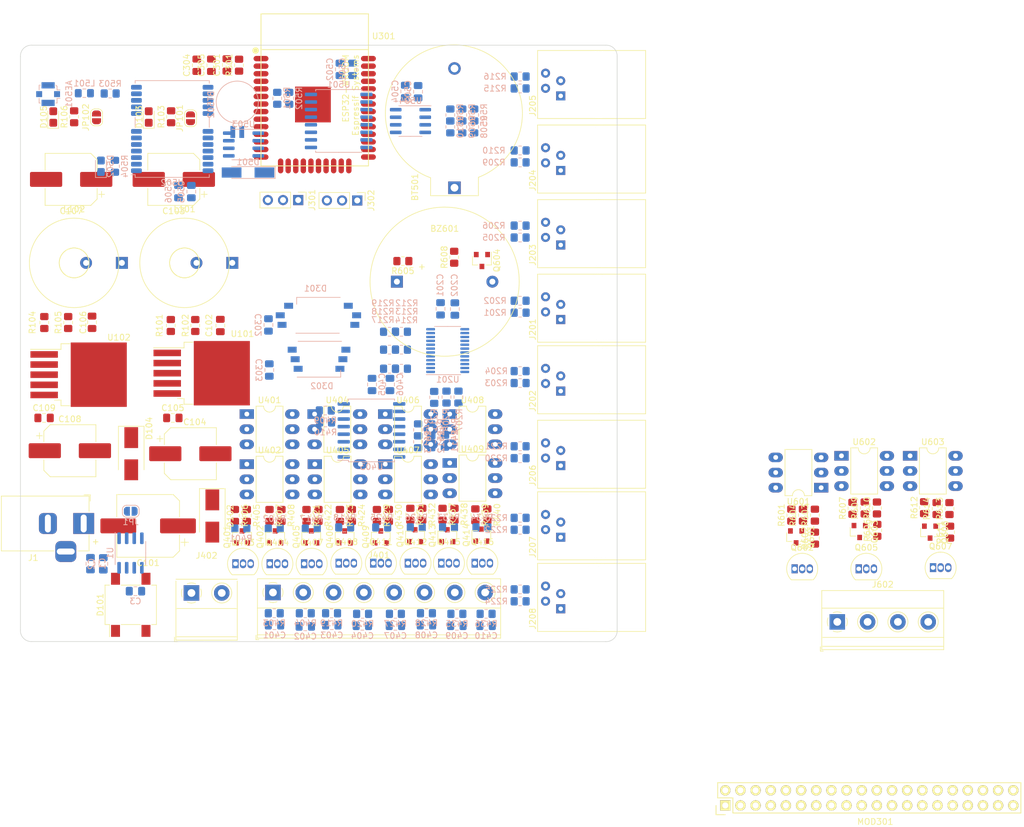
<source format=kicad_pcb>
(kicad_pcb (version 20171130) (host pcbnew 5.1.10)
  (layers (0 F.Cu signal) (31 B.Cu signal) (34 B.Paste user) (35 F.Paste user) (36 B.SilkS user) (37 F.SilkS user) (38 B.Mask user) (39 F.Mask user) (44 Edge.Cuts user))
  (net 0 "")
  (net 1 GND)
  (net 2 +3V3)
  (net 3 "Net-(C3-Pad1)")
  (net 4 "Net-(C102-Pad1)")
  (net 5 "Net-(C102-Pad2)")
  (net 6 "Net-(C106-Pad2)")
  (net 7 "Net-(C106-Pad1)")
  (net 8 /[AGND])
  (net 9 "Net-(D102-Pad1)")
  (net 10 "Net-(D104-Pad1)")
  (net 11 "Net-(J201-Pad2)")
  (net 12 "Net-(J201-Pad3)")
  (net 13 "Net-(J202-Pad2)")
  (net 14 "Net-(J202-Pad3)")
  (net 15 "Net-(J203-Pad3)")
  (net 16 "Net-(J203-Pad2)")
  (net 17 "Net-(J204-Pad2)")
  (net 18 "Net-(J204-Pad3)")
  (net 19 "Net-(J205-Pad3)")
  (net 20 "Net-(J205-Pad2)")
  (net 21 "Net-(J206-Pad3)")
  (net 22 "Net-(J206-Pad2)")
  (net 23 "Net-(J207-Pad2)")
  (net 24 "Net-(J207-Pad3)")
  (net 25 "Net-(J208-Pad3)")
  (net 26 "Net-(J208-Pad2)")
  (net 27 /monitor/[AGND_in])
  (net 28 +5V)
  (net 29 /[24VAC])
  (net 30 "Net-(D103-Pad2)")
  (net 31 "Net-(D105-Pad2)")
  (net 32 24V_DC)
  (net 33 /Core/[SDA1_uC])
  (net 34 /Core/[SCL1_uC])
  (net 35 "Net-(R211-Pad2)")
  (net 36 "Net-(R212-Pad2)")
  (net 37 "Net-(R213-Pad2)")
  (net 38 "Net-(R214-Pad2)")
  (net 39 "Net-(C301-Pad1)")
  (net 40 /Core/uC_BOOT)
  (net 41 /Core/[RX_uC])
  (net 42 /GPS&RTC/[RX_gps])
  (net 43 /Outputs/[AGND])
  (net 44 "Net-(D301-Pad1)")
  (net 45 "Net-(C401-Pad1)")
  (net 46 "Net-(C402-Pad1)")
  (net 47 "Net-(C403-Pad1)")
  (net 48 "Net-(C404-Pad1)")
  (net 49 "Net-(C407-Pad1)")
  (net 50 "Net-(C408-Pad1)")
  (net 51 "Net-(C409-Pad1)")
  (net 52 "Net-(C410-Pad1)")
  (net 53 /Outputs/OUT_8)
  (net 54 /Outputs/OUT_7)
  (net 55 /Outputs/OUT_6)
  (net 56 /Outputs/OUT_5)
  (net 57 /Outputs/OUT_4)
  (net 58 /Outputs/OUT_3)
  (net 59 /Outputs/OUT_2)
  (net 60 /Outputs/OUT_1)
  (net 61 /Outputs/P0)
  (net 62 "Net-(Q401-Pad3)")
  (net 63 /Outputs/P1)
  (net 64 "Net-(Q402-Pad3)")
  (net 65 "Net-(Q403-Pad2)")
  (net 66 /Outputs/[24VAC_in])
  (net 67 "Net-(Q404-Pad2)")
  (net 68 "Net-(Q405-Pad3)")
  (net 69 /Outputs/P2)
  (net 70 "Net-(Q406-Pad3)")
  (net 71 /Outputs/P3)
  (net 72 "Net-(Q407-Pad2)")
  (net 73 "Net-(Q408-Pad2)")
  (net 74 "Net-(Q409-Pad3)")
  (net 75 /Outputs/P4)
  (net 76 /Outputs/P5)
  (net 77 "Net-(Q410-Pad3)")
  (net 78 "Net-(Q411-Pad2)")
  (net 79 "Net-(Q412-Pad2)")
  (net 80 /Outputs/P6)
  (net 81 "Net-(Q413-Pad3)")
  (net 82 "Net-(Q414-Pad3)")
  (net 83 /Outputs/P7)
  (net 84 "Net-(Q415-Pad2)")
  (net 85 "Net-(Q416-Pad2)")
  (net 86 "Net-(R401-Pad2)")
  (net 87 "Net-(R402-Pad2)")
  (net 88 "Net-(R406-Pad1)")
  (net 89 "Net-(R408-Pad1)")
  (net 90 /Core/[SDA2_uC])
  (net 91 /Core/[SCL2_uC])
  (net 92 "Net-(R411-Pad2)")
  (net 93 "Net-(R412-Pad2)")
  (net 94 "Net-(R413-Pad2)")
  (net 95 "Net-(R417-Pad2)")
  (net 96 "Net-(R418-Pad2)")
  (net 97 "Net-(R422-Pad1)")
  (net 98 "Net-(R424-Pad1)")
  (net 99 "Net-(R425-Pad2)")
  (net 100 "Net-(R426-Pad2)")
  (net 101 "Net-(R430-Pad1)")
  (net 102 "Net-(R432-Pad1)")
  (net 103 "Net-(R433-Pad2)")
  (net 104 "Net-(R434-Pad2)")
  (net 105 "Net-(R438-Pad1)")
  (net 106 "Net-(R440-Pad1)")
  (net 107 "Net-(BZ601-Pad1)")
  (net 108 "Net-(BZ601-Pad2)")
  (net 109 /Alerts/GREEN_LIGHT)
  (net 110 /Alerts/YELLOW_LIGHT)
  (net 111 /Alerts/RED_LIGHT)
  (net 112 "Net-(Q601-Pad3)")
  (net 113 "Net-(Q601-Pad2)")
  (net 114 "Net-(Q602-Pad2)")
  (net 115 "Net-(Q603-Pad2)")
  (net 116 "Net-(Q603-Pad3)")
  (net 117 "Net-(Q604-Pad2)")
  (net 118 "Net-(Q605-Pad2)")
  (net 119 "Net-(Q606-Pad2)")
  (net 120 "Net-(Q606-Pad3)")
  (net 121 "Net-(Q607-Pad2)")
  (net 122 "Net-(R602-Pad2)")
  (net 123 "Net-(R604-Pad1)")
  (net 124 "Net-(R607-Pad2)")
  (net 125 "Net-(R610-Pad1)")
  (net 126 "Net-(R612-Pad2)")
  (net 127 "Net-(R614-Pad1)")
  (net 128 "Net-(AE501-Pad1)")
  (net 129 "Net-(BT501-Pad1)")
  (net 130 "Net-(BT502-Pad1)")
  (net 131 "Net-(D502-Pad2)")
  (net 132 "Net-(L501-Pad1)")
  (net 133 /Core/[SCL3_uC])
  (net 134 /Core/[SDA3_uC])
  (net 135 "Net-(R503-Pad1)")
  (net 136 "Net-(R504-Pad2)")
  (net 137 "Net-(R505-Pad1)")
  (net 138 "Net-(R506-Pad1)")
  (net 139 "Net-(R507-Pad1)")
  (net 140 "Net-(U502-Pad18)")
  (net 141 "Net-(U502-Pad19)")
  (module 00_lib_fp:TerminalBlock_Phoenix_MKDS-1,5-2-5.08_1x02_P5.08mm_Horizontal (layer F.Cu) (at 123.12 147.4)
    (fp_text reference J402 (at 2.54 -6.26) (layer F.SilkS))
    (fp_text value COMMON)
    (pad 1 thru_hole rect (at 0 0) (size 2.6 2.6) (drill 1.3) (layers *.Cu *.Mask) (net 43 /Outputs/[AGND]))
    (pad 2 thru_hole circle (at 5.08 0) (size 2.6 2.6) (drill 1.3) (layers *.Cu *.Mask) (net 43 /Outputs/[AGND]))
  )
  (module 00_lib_fp:TerminalBlock_Phoenix_MKDS-1,5-8-5.08_1x08_P5.08mm_Horizontal (layer F.Cu) (at 136.779 147.32)
    (fp_text reference J401 (at 17.78 -6.26) (layer F.SilkS))
    (fp_text value OUTPUT_SW)
    (pad 1 thru_hole rect (at 0 0) (size 2.6 2.6) (drill 1.3) (layers *.Cu *.Mask) (net 60 /Outputs/OUT_1))
    (pad 2 thru_hole circle (at 5.08 0) (size 2.6 2.6) (drill 1.3) (layers *.Cu *.Mask) (net 59 /Outputs/OUT_2))
    (pad 3 thru_hole circle (at 10.16 0) (size 2.6 2.6) (drill 1.3) (layers *.Cu *.Mask) (net 58 /Outputs/OUT_3))
    (pad 4 thru_hole circle (at 15.24 0) (size 2.6 2.6) (drill 1.3) (layers *.Cu *.Mask) (net 57 /Outputs/OUT_4))
    (pad 5 thru_hole circle (at 20.32 0) (size 2.6 2.6) (drill 1.3) (layers *.Cu *.Mask) (net 56 /Outputs/OUT_5))
    (pad 6 thru_hole circle (at 25.4 0) (size 2.6 2.6) (drill 1.3) (layers *.Cu *.Mask) (net 55 /Outputs/OUT_6))
    (pad 7 thru_hole circle (at 30.48 0) (size 2.6 2.6) (drill 1.3) (layers *.Cu *.Mask) (net 54 /Outputs/OUT_7))
    (pad 8 thru_hole circle (at 35.56 0) (size 2.6 2.6) (drill 1.3) (layers *.Cu *.Mask) (net 53 /Outputs/OUT_8))
  )
  (module 00_lib_fp:LED_WS2812_PLCC6_5.0x5.0mm_P1.6mm (layer F.Cu) (at 144.48392 108.204 180)
    (fp_text reference D302 (at -0.5 -4.5) (layer B.SilkS) (effects (justify mirror)))
    (fp_text value WS2812)
    (pad 4 smd rect (at 4.48392 1.6 180) (size 1.5 1) (layers B.Cu B.Paste B.Mask))
    (pad 5 smd rect (at 3.98392 0 180) (size 1.5 1) (layers B.Cu B.Paste B.Mask) (net 28 +5V))
    (pad 6 smd rect (at 3.48392 -1.6 180) (size 1.5 1) (layers B.Cu B.Paste B.Mask) (net 1 GND))
    (pad 3 smd rect (at -4.51608 1.6 180) (size 1.5 1) (layers B.Cu B.Paste B.Mask) (net 28 +5V))
    (pad 2 smd rect (at -4.01608 0 180) (size 1.5 1) (layers B.Cu B.Paste B.Mask) (net 44 "Net-(D301-Pad1)"))
    (pad 1 smd rect (at -3.51608 -1.6 180) (size 1.5 1) (layers B.Cu B.Paste B.Mask))
  )
  (module 00_lib_fp:LED_WS2812_PLCC6_5.0x5.0mm_P1.6mm (layer F.Cu) (at 144.40408 100.838)
    (fp_text reference D301 (at -0.5 -4.5) (layer B.SilkS) (effects (justify mirror)))
    (fp_text value WS2812)
    (pad 4 smd rect (at 6.09592 1.6) (size 1.5 1) (layers B.Cu B.Paste B.Mask))
    (pad 5 smd rect (at 6.39592 0) (size 1.5 1) (layers B.Cu B.Paste B.Mask) (net 28 +5V))
    (pad 6 smd rect (at 5 -1.6) (size 1.5 1) (layers B.Cu B.Paste B.Mask) (net 1 GND))
    (pad 3 smd rect (at -6.10408 1.6) (size 1.5 1) (layers B.Cu B.Paste B.Mask) (net 28 +5V))
    (pad 2 smd rect (at -6.40408 0) (size 1.5 1) (layers B.Cu B.Paste B.Mask))
    (pad 1 smd rect (at -5 -1.6) (size 1.5 1) (layers B.Cu B.Paste B.Mask) (net 44 "Net-(D301-Pad1)"))
  )
  (module 00_lib_fp:Coil_ferrite (layer F.Cu) (at 105.4628 92.05 180)
    (fp_text reference L102 (at 2 9) (layer F.SilkS))
    (fp_text value 33uH/5A)
    (pad 2 thru_hole circle (at 0 0 180) (size 2 2) (drill 1) (layers *.Cu *.Mask) (net 7 "Net-(C106-Pad1)"))
    (pad 1 thru_hole rect (at -6 0 180) (size 2 2) (drill 1) (layers *.Cu *.Mask) (net 10 "Net-(D104-Pad1)"))
  )
  (module 00_lib_fp:Coil_ferrite (layer F.Cu) (at 123.9628 92.05 180)
    (fp_text reference L101 (at 2 9) (layer F.SilkS))
    (fp_text value 33uH/5A)
    (pad 2 thru_hole circle (at 0 0 180) (size 2 2) (drill 1) (layers *.Cu *.Mask) (net 4 "Net-(C102-Pad1)"))
    (pad 1 thru_hole rect (at -6 0 180) (size 2 2) (drill 1) (layers *.Cu *.Mask) (net 9 "Net-(D102-Pad1)"))
  )
  (module 00_lib_fp:4P4C_narrow (layer F.Cu) (at 182.4628 101.55 90)
    (fp_text reference J201 (at -1.67 -2.16 90) (layer F.SilkS))
    (fp_text value RJ10)
    (pad 1 thru_hole rect (at 0 2.54 90) (size 1.52 1.52) (drill 0.76) (layers *.Cu *.Mask) (net 2 +3V3))
    (pad "" np_thru_hole circle (at -1.86 8.89 90) (size 3.25 3.25) (drill 3.25) (layers *.Cu *.Mask))
    (pad 2 thru_hole circle (at 1.27 0 90) (size 1.52 1.52) (drill 0.76) (layers *.Cu *.Mask) (net 11 "Net-(J201-Pad2)"))
    (pad 3 thru_hole circle (at 2.54 2.54 90) (size 1.52 1.52) (drill 0.76) (layers *.Cu *.Mask) (net 12 "Net-(J201-Pad3)"))
    (pad 4 thru_hole circle (at 3.81 0 90) (size 1.52 1.52) (drill 0.76) (layers *.Cu *.Mask) (net 1 GND))
    (pad "" np_thru_hole circle (at 5.76 8.89 90) (size 3.25 3.25) (drill 3.25) (layers *.Cu *.Mask))
  )
  (module 00_lib_fp:4P4C_narrow (layer F.Cu) (at 182.4628 113.55 90)
    (fp_text reference J202 (at -1.67 -2.16 90) (layer F.SilkS))
    (fp_text value RJ10)
    (pad 1 thru_hole rect (at 0 2.54 90) (size 1.52 1.52) (drill 0.76) (layers *.Cu *.Mask) (net 2 +3V3))
    (pad "" np_thru_hole circle (at -1.86 8.89 90) (size 3.25 3.25) (drill 3.25) (layers *.Cu *.Mask))
    (pad 2 thru_hole circle (at 1.27 0 90) (size 1.52 1.52) (drill 0.76) (layers *.Cu *.Mask) (net 13 "Net-(J202-Pad2)"))
    (pad 3 thru_hole circle (at 2.54 2.54 90) (size 1.52 1.52) (drill 0.76) (layers *.Cu *.Mask) (net 14 "Net-(J202-Pad3)"))
    (pad 4 thru_hole circle (at 3.81 0 90) (size 1.52 1.52) (drill 0.76) (layers *.Cu *.Mask) (net 1 GND))
    (pad "" np_thru_hole circle (at 5.76 8.89 90) (size 3.25 3.25) (drill 3.25) (layers *.Cu *.Mask))
  )
  (module 00_lib_fp:4P4C_narrow (layer F.Cu) (at 182.4628 89.05 90)
    (fp_text reference J203 (at -1.67 -2.16 90) (layer F.SilkS))
    (fp_text value RJ10)
    (pad "" np_thru_hole circle (at 5.76 8.89 90) (size 3.25 3.25) (drill 3.25) (layers *.Cu *.Mask))
    (pad 4 thru_hole circle (at 3.81 0 90) (size 1.52 1.52) (drill 0.76) (layers *.Cu *.Mask) (net 1 GND))
    (pad 3 thru_hole circle (at 2.54 2.54 90) (size 1.52 1.52) (drill 0.76) (layers *.Cu *.Mask) (net 15 "Net-(J203-Pad3)"))
    (pad 2 thru_hole circle (at 1.27 0 90) (size 1.52 1.52) (drill 0.76) (layers *.Cu *.Mask) (net 16 "Net-(J203-Pad2)"))
    (pad "" np_thru_hole circle (at -1.86 8.89 90) (size 3.25 3.25) (drill 3.25) (layers *.Cu *.Mask))
    (pad 1 thru_hole rect (at 0 2.54 90) (size 1.52 1.52) (drill 0.76) (layers *.Cu *.Mask) (net 2 +3V3))
  )
  (module 00_lib_fp:4P4C_narrow (layer F.Cu) (at 182.4628 76.55 90)
    (fp_text reference J204 (at -1.67 -2.16 90) (layer F.SilkS))
    (fp_text value RJ10)
    (pad 1 thru_hole rect (at 0 2.54 90) (size 1.52 1.52) (drill 0.76) (layers *.Cu *.Mask) (net 2 +3V3))
    (pad "" np_thru_hole circle (at -1.86 8.89 90) (size 3.25 3.25) (drill 3.25) (layers *.Cu *.Mask))
    (pad 2 thru_hole circle (at 1.27 0 90) (size 1.52 1.52) (drill 0.76) (layers *.Cu *.Mask) (net 17 "Net-(J204-Pad2)"))
    (pad 3 thru_hole circle (at 2.54 2.54 90) (size 1.52 1.52) (drill 0.76) (layers *.Cu *.Mask) (net 18 "Net-(J204-Pad3)"))
    (pad 4 thru_hole circle (at 3.81 0 90) (size 1.52 1.52) (drill 0.76) (layers *.Cu *.Mask) (net 1 GND))
    (pad "" np_thru_hole circle (at 5.76 8.89 90) (size 3.25 3.25) (drill 3.25) (layers *.Cu *.Mask))
  )
  (module 00_lib_fp:4P4C_narrow (layer F.Cu) (at 182.4628 64.05 90)
    (fp_text reference J205 (at -1.67 -2.16 90) (layer F.SilkS))
    (fp_text value RJ10)
    (pad "" np_thru_hole circle (at 5.76 8.89 90) (size 3.25 3.25) (drill 3.25) (layers *.Cu *.Mask))
    (pad 4 thru_hole circle (at 3.81 0 90) (size 1.52 1.52) (drill 0.76) (layers *.Cu *.Mask) (net 1 GND))
    (pad 3 thru_hole circle (at 2.54 2.54 90) (size 1.52 1.52) (drill 0.76) (layers *.Cu *.Mask) (net 19 "Net-(J205-Pad3)"))
    (pad 2 thru_hole circle (at 1.27 0 90) (size 1.52 1.52) (drill 0.76) (layers *.Cu *.Mask) (net 20 "Net-(J205-Pad2)"))
    (pad "" np_thru_hole circle (at -1.86 8.89 90) (size 3.25 3.25) (drill 3.25) (layers *.Cu *.Mask))
    (pad 1 thru_hole rect (at 0 2.54 90) (size 1.52 1.52) (drill 0.76) (layers *.Cu *.Mask) (net 2 +3V3))
  )
  (module 00_lib_fp:4P4C_narrow (layer F.Cu) (at 182.4628 126.05 90)
    (fp_text reference J206 (at -1.67 -2.16 90) (layer F.SilkS))
    (fp_text value RJ10)
    (pad "" np_thru_hole circle (at 5.76 8.89 90) (size 3.25 3.25) (drill 3.25) (layers *.Cu *.Mask))
    (pad 4 thru_hole circle (at 3.81 0 90) (size 1.52 1.52) (drill 0.76) (layers *.Cu *.Mask) (net 1 GND))
    (pad 3 thru_hole circle (at 2.54 2.54 90) (size 1.52 1.52) (drill 0.76) (layers *.Cu *.Mask) (net 21 "Net-(J206-Pad3)"))
    (pad 2 thru_hole circle (at 1.27 0 90) (size 1.52 1.52) (drill 0.76) (layers *.Cu *.Mask) (net 22 "Net-(J206-Pad2)"))
    (pad "" np_thru_hole circle (at -1.86 8.89 90) (size 3.25 3.25) (drill 3.25) (layers *.Cu *.Mask))
    (pad 1 thru_hole rect (at 0 2.54 90) (size 1.52 1.52) (drill 0.76) (layers *.Cu *.Mask) (net 2 +3V3))
  )
  (module 00_lib_fp:4P4C_narrow (layer F.Cu) (at 182.4628 138.05 90)
    (fp_text reference J207 (at -1.67 -2.16 90) (layer F.SilkS))
    (fp_text value RJ10)
    (pad 1 thru_hole rect (at 0 2.54 90) (size 1.52 1.52) (drill 0.76) (layers *.Cu *.Mask) (net 2 +3V3))
    (pad "" np_thru_hole circle (at -1.86 8.89 90) (size 3.25 3.25) (drill 3.25) (layers *.Cu *.Mask))
    (pad 2 thru_hole circle (at 1.27 0 90) (size 1.52 1.52) (drill 0.76) (layers *.Cu *.Mask) (net 23 "Net-(J207-Pad2)"))
    (pad 3 thru_hole circle (at 2.54 2.54 90) (size 1.52 1.52) (drill 0.76) (layers *.Cu *.Mask) (net 24 "Net-(J207-Pad3)"))
    (pad 4 thru_hole circle (at 3.81 0 90) (size 1.52 1.52) (drill 0.76) (layers *.Cu *.Mask) (net 1 GND))
    (pad "" np_thru_hole circle (at 5.76 8.89 90) (size 3.25 3.25) (drill 3.25) (layers *.Cu *.Mask))
  )
  (module 00_lib_fp:4P4C_narrow (layer F.Cu) (at 182.4628 150.05 90)
    (fp_text reference J208 (at -1.67 -2.16 90) (layer F.SilkS))
    (fp_text value RJ10)
    (pad "" np_thru_hole circle (at 5.76 8.89 90) (size 3.25 3.25) (drill 3.25) (layers *.Cu *.Mask))
    (pad 4 thru_hole circle (at 3.81 0 90) (size 1.52 1.52) (drill 0.76) (layers *.Cu *.Mask) (net 1 GND))
    (pad 3 thru_hole circle (at 2.54 2.54 90) (size 1.52 1.52) (drill 0.76) (layers *.Cu *.Mask) (net 25 "Net-(J208-Pad3)"))
    (pad 2 thru_hole circle (at 1.27 0 90) (size 1.52 1.52) (drill 0.76) (layers *.Cu *.Mask) (net 26 "Net-(J208-Pad2)"))
    (pad "" np_thru_hole circle (at -1.86 8.89 90) (size 3.25 3.25) (drill 3.25) (layers *.Cu *.Mask))
    (pad 1 thru_hole rect (at 0 2.54 90) (size 1.52 1.52) (drill 0.76) (layers *.Cu *.Mask) (net 2 +3V3))
  )
  (module 00_lib_fp:ESP32-WROOM (layer F.Cu) (at 143.7778 63.042 180)
    (fp_text reference U301 (at -11.557 9.017) (layer F.SilkS))
    (fp_text value ESP32-WROOM)
    (fp_text user "Espressif Systems" (at -6.858 -0.889 90) (layer F.SilkS))
    (fp_text user ESP32-WROOM (at -5.207 0.254 90) (layer F.SilkS))
    (pad 38 smd oval (at -9 5.25 180) (size 2.5 0.9) (layers F.Cu F.Paste F.Mask) (net 1 GND))
    (pad 37 smd oval (at -9 3.98 180) (size 2.5 0.9) (layers F.Cu F.Paste F.Mask))
    (pad 36 smd oval (at -9 2.71 180) (size 2.5 0.9) (layers F.Cu F.Paste F.Mask))
    (pad 35 smd oval (at -9 1.44 180) (size 2.5 0.9) (layers F.Cu F.Paste F.Mask) (net 42 /GPS&RTC/[RX_gps]))
    (pad 34 smd oval (at -9 0.17 180) (size 2.5 0.9) (layers F.Cu F.Paste F.Mask) (net 41 /Core/[RX_uC]))
    (pad 33 smd oval (at -9 -1.1 180) (size 2.5 0.9) (layers F.Cu F.Paste F.Mask))
    (pad 32 smd oval (at -9 -2.37 180) (size 2.5 0.9) (layers F.Cu F.Paste F.Mask))
    (pad 31 smd oval (at -9 -3.64 180) (size 2.5 0.9) (layers F.Cu F.Paste F.Mask))
    (pad 30 smd oval (at -9 -4.91 180) (size 2.5 0.9) (layers F.Cu F.Paste F.Mask))
    (pad 29 smd oval (at -9 -6.18 180) (size 2.5 0.9) (layers F.Cu F.Paste F.Mask))
    (pad 28 smd oval (at -9 -7.45 180) (size 2.5 0.9) (layers F.Cu F.Paste F.Mask))
    (pad 27 smd oval (at -9 -8.72 180) (size 2.5 0.9) (layers F.Cu F.Paste F.Mask))
    (pad 26 smd oval (at -9 -9.99 180) (size 2.5 0.9) (layers F.Cu F.Paste F.Mask))
    (pad 25 smd oval (at -9 -11.26 180) (size 2.5 0.9) (layers F.Cu F.Paste F.Mask) (net 40 /Core/uC_BOOT))
    (pad 24 smd oval (at -5.715 -12.75 180) (size 0.9 2.5) (layers F.Cu F.Paste F.Mask))
    (pad 23 smd oval (at -4.445 -12.75 180) (size 0.9 2.5) (layers F.Cu F.Paste F.Mask))
    (pad 22 smd oval (at -3.175 -12.75 180) (size 0.9 2.5) (layers F.Cu F.Paste F.Mask))
    (pad 21 smd oval (at -1.905 -12.75 180) (size 0.9 2.5) (layers F.Cu F.Paste F.Mask))
    (pad 20 smd oval (at -0.635 -12.75 180) (size 0.9 2.5) (layers F.Cu F.Paste F.Mask))
    (pad 19 smd oval (at 0.635 -12.75 180) (size 0.9 2.5) (layers F.Cu F.Paste F.Mask))
    (pad 18 smd oval (at 1.905 -12.75 180) (size 0.9 2.5) (layers F.Cu F.Paste F.Mask))
    (pad 17 smd oval (at 3.175 -12.75 180) (size 0.9 2.5) (layers F.Cu F.Paste F.Mask))
    (pad 16 smd oval (at 4.445 -12.75 180) (size 0.9 2.5) (layers F.Cu F.Paste F.Mask))
    (pad 15 smd oval (at 5.715 -12.75 180) (size 0.9 2.5) (layers F.Cu F.Paste F.Mask) (net 1 GND))
    (pad 14 smd oval (at 9 -11.26 180) (size 2.5 0.9) (layers F.Cu F.Paste F.Mask))
    (pad 13 smd oval (at 9 -9.99 180) (size 2.5 0.9) (layers F.Cu F.Paste F.Mask))
    (pad 12 smd oval (at 9 -8.72 180) (size 2.5 0.9) (layers F.Cu F.Paste F.Mask))
    (pad 11 smd oval (at 9 -7.45 180) (size 2.5 0.9) (layers F.Cu F.Paste F.Mask))
    (pad 10 smd oval (at 9 -6.18 180) (size 2.5 0.9) (layers F.Cu F.Paste F.Mask))
    (pad 9 smd oval (at 9 -4.91 180) (size 2.5 0.9) (layers F.Cu F.Paste F.Mask))
    (pad 8 smd oval (at 9 -3.64 180) (size 2.5 0.9) (layers F.Cu F.Paste F.Mask))
    (pad 7 smd oval (at 9 -2.37 180) (size 2.5 0.9) (layers F.Cu F.Paste F.Mask))
    (pad 6 smd oval (at 9 -1.1 180) (size 2.5 0.9) (layers F.Cu F.Paste F.Mask))
    (pad 5 smd oval (at 9 0.17 180) (size 2.5 0.9) (layers F.Cu F.Paste F.Mask))
    (pad 4 smd oval (at 9 1.44 180) (size 2.5 0.9) (layers F.Cu F.Paste F.Mask))
    (pad 3 smd oval (at 9 2.71 180) (size 2.5 0.9) (layers F.Cu F.Paste F.Mask) (net 39 "Net-(C301-Pad1)"))
    (pad 2 smd oval (at 9 3.98 180) (size 2.5 0.9) (layers F.Cu F.Paste F.Mask) (net 2 +3V3))
    (pad 1 smd oval (at 9 5.25 180) (size 2.5 0.9) (layers F.Cu F.Paste F.Mask) (net 1 GND))
    (pad 39 smd rect (at 0.3 -2.45 180) (size 6 6) (layers F.Cu F.Paste F.Mask) (net 1 GND))
  )
  (module 00_lib_fp:SOIC-16W_7.5x10.3mm_P1.27mm (layer B.Cu) (at 153.289 120.142)
    (fp_text reference U403 (at 0 6.1) (layer B.SilkS) (effects (justify mirror)))
    (fp_text value PCF8574)
    (pad 1 smd roundrect (at -4.65 4.445) (size 2.05 0.6) (layers B.Cu B.Paste B.Mask) (net 94 "Net-(R413-Pad2)"))
    (pad 2 smd roundrect (at -4.65 3.175) (size 2.05 0.6) (layers B.Cu B.Paste B.Mask) (net 93 "Net-(R412-Pad2)"))
    (pad 3 smd roundrect (at -4.65 1.905) (size 2.05 0.6) (layers B.Cu B.Paste B.Mask) (net 92 "Net-(R411-Pad2)"))
    (pad 4 smd roundrect (at -4.65 0.635) (size 2.05 0.6) (layers B.Cu B.Paste B.Mask) (net 61 /Outputs/P0))
    (pad 5 smd roundrect (at -4.65 -0.635) (size 2.05 0.6) (layers B.Cu B.Paste B.Mask) (net 63 /Outputs/P1))
    (pad 6 smd roundrect (at -4.65 -1.905) (size 2.05 0.6) (layers B.Cu B.Paste B.Mask) (net 69 /Outputs/P2))
    (pad 7 smd roundrect (at -4.65 -3.175) (size 2.05 0.6) (layers B.Cu B.Paste B.Mask) (net 71 /Outputs/P3))
    (pad 8 smd roundrect (at -4.65 -4.445) (size 2.05 0.6) (layers B.Cu B.Paste B.Mask) (net 1 GND))
    (pad 9 smd roundrect (at 4.65 -4.445) (size 2.05 0.6) (layers B.Cu B.Paste B.Mask) (net 75 /Outputs/P4))
    (pad 10 smd roundrect (at 4.65 -3.175) (size 2.05 0.6) (layers B.Cu B.Paste B.Mask) (net 76 /Outputs/P5))
    (pad 11 smd roundrect (at 4.65 -1.905) (size 2.05 0.6) (layers B.Cu B.Paste B.Mask) (net 80 /Outputs/P6))
    (pad 12 smd roundrect (at 4.65 -0.635) (size 2.05 0.6) (layers B.Cu B.Paste B.Mask) (net 83 /Outputs/P7))
    (pad 13 smd roundrect (at 4.65 0.635) (size 2.05 0.6) (layers B.Cu B.Paste B.Mask))
    (pad 14 smd roundrect (at 4.65 1.905) (size 2.05 0.6) (layers B.Cu B.Paste B.Mask) (net 91 /Core/[SCL2_uC]))
    (pad 15 smd roundrect (at 4.65 3.175) (size 2.05 0.6) (layers B.Cu B.Paste B.Mask) (net 90 /Core/[SDA2_uC]))
    (pad 16 smd roundrect (at 4.65 4.445) (size 2.05 0.6) (layers B.Cu B.Paste B.Mask) (net 2 +3V3))
  )
  (module 00_lib_fp:C_0805_2012Metric_Pad1.18x1.45mm_HandSolder (layer B.Cu) (at 106.2 142.4875 270)
    (fp_text reference C1 (at 0 -2 90) (layer B.SilkS) (effects (justify mirror)))
    (fp_text value 10u)
    (pad 2 smd roundrect (at 1.0375 0 270) (size 1.175 1.45) (layers B.Cu B.Paste B.Mask) (roundrect_rratio 0.212766) (net 1 GND))
    (pad 1 smd roundrect (at -1.0375 0 270) (size 1.175 1.45) (layers B.Cu B.Paste B.Mask) (roundrect_rratio 0.212766) (net 28 +5V))
  )
  (module 00_lib_fp:C_0805_2012Metric_Pad1.18x1.45mm_HandSolder (layer B.Cu) (at 108.35 142.5125 270)
    (fp_text reference C2 (at 0.0375 2 90) (layer B.SilkS) (effects (justify mirror)))
    (fp_text value 100n)
    (pad 2 smd roundrect (at 1.0375 0 270) (size 1.175 1.45) (layers B.Cu B.Paste B.Mask) (roundrect_rratio 0.212766) (net 1 GND))
    (pad 1 smd roundrect (at -1.0375 0 270) (size 1.175 1.45) (layers B.Cu B.Paste B.Mask) (roundrect_rratio 0.212766) (net 28 +5V))
  )
  (module 00_lib_fp:C_0805_2012Metric_Pad1.18x1.45mm_HandSolder (layer B.Cu) (at 113.7375 147.1)
    (fp_text reference C3 (at 0 1.68) (layer B.SilkS) (effects (justify mirror)))
    (fp_text value 100n)
    (pad 1 smd roundrect (at -1.0375 0) (size 1.175 1.45) (layers B.Cu B.Paste B.Mask) (roundrect_rratio 0.212766) (net 3 "Net-(C3-Pad1)"))
    (pad 2 smd roundrect (at 1.0375 0) (size 1.175 1.45) (layers B.Cu B.Paste B.Mask) (roundrect_rratio 0.212766) (net 1 GND))
  )
  (module 00_lib_fp:CP_Elec_10x10 (layer F.Cu) (at 115.8628 136.15 180)
    (fp_text reference C101 (at 0 -6.2) (layer F.SilkS))
    (fp_text value 470uF/50V)
    (pad 2 smd roundrect (at 4 0 180) (size 6 2.5) (drill (offset 1 0)) (layers F.Cu F.Paste F.Mask) (roundrect_rratio 0.1) (net 1 GND))
    (pad 1 smd roundrect (at -4 0 180) (size 6 2.5) (drill (offset -1 0)) (layers F.Cu F.Paste F.Mask) (roundrect_rratio 0.1) (net 32 24V_DC))
  )
  (module 00_lib_fp:C_0805_2012Metric_Pad1.18x1.45mm_HandSolder (layer F.Cu) (at 127.9628 102.55 270)
    (fp_text reference C102 (at 0 1.9 90) (layer F.SilkS))
    (fp_text value 33u)
    (pad 1 smd roundrect (at -1.0375 0 270) (size 1.175 1.45) (layers F.Cu F.Paste F.Mask) (roundrect_rratio 0.212766) (net 4 "Net-(C102-Pad1)"))
    (pad 2 smd roundrect (at 1.0375 0 270) (size 1.175 1.45) (layers F.Cu F.Paste F.Mask) (roundrect_rratio 0.212766) (net 5 "Net-(C102-Pad2)"))
  )
  (module 00_lib_fp:CP_Elec_8x10.5 (layer F.Cu) (at 120.1628 78.05 180)
    (fp_text reference C103 (at 0 -5.3) (layer F.SilkS))
    (fp_text value 470uF/50V)
    (pad 2 smd roundrect (at 3.7 0 180) (size 5.4 2.5) (drill (offset 0.5 0)) (layers F.Cu F.Paste F.Mask) (roundrect_rratio 0.1) (net 1 GND))
    (pad 1 smd roundrect (at -3.7 0 180) (size 5.4 2.5) (drill (offset -0.5 0)) (layers F.Cu F.Paste F.Mask) (roundrect_rratio 0.1) (net 4 "Net-(C102-Pad1)"))
  )
  (module 00_lib_fp:CP_Elec_8x10.5 (layer F.Cu) (at 122.936 124.05)
    (fp_text reference C104 (at 0.75 -5.3) (layer F.SilkS))
    (fp_text value 470u/50V)
    (pad 1 smd roundrect (at -3.7 0) (size 5.4 2.5) (drill (offset -0.5 0)) (layers F.Cu F.Paste F.Mask) (roundrect_rratio 0.1) (net 32 24V_DC))
    (pad 2 smd roundrect (at 3.7 0) (size 5.4 2.5) (drill (offset 0.5 0)) (layers F.Cu F.Paste F.Mask) (roundrect_rratio 0.1) (net 1 GND))
  )
  (module 00_lib_fp:C_0805_2012Metric_Pad1.18x1.45mm_HandSolder (layer F.Cu) (at 120.0003 118.05)
    (fp_text reference C105 (at 0 -1.68) (layer F.SilkS))
    (fp_text value 1u)
    (pad 1 smd roundrect (at -1.0375 0) (size 1.175 1.45) (layers F.Cu F.Paste F.Mask) (roundrect_rratio 0.212766) (net 32 24V_DC))
    (pad 2 smd roundrect (at 1.0375 0) (size 1.175 1.45) (layers F.Cu F.Paste F.Mask) (roundrect_rratio 0.212766) (net 1 GND))
  )
  (module 00_lib_fp:C_0805_2012Metric_Pad1.18x1.45mm_HandSolder (layer F.Cu) (at 106.4628 102.0125 270)
    (fp_text reference C106 (at 0.0375 1.5 90) (layer F.SilkS))
    (fp_text value 33u)
    (pad 2 smd roundrect (at 1.0375 0 270) (size 1.175 1.45) (layers F.Cu F.Paste F.Mask) (roundrect_rratio 0.212766) (net 6 "Net-(C106-Pad2)"))
    (pad 1 smd roundrect (at -1.0375 0 270) (size 1.175 1.45) (layers F.Cu F.Paste F.Mask) (roundrect_rratio 0.212766) (net 7 "Net-(C106-Pad1)"))
  )
  (module 00_lib_fp:CP_Elec_8x10.5 (layer F.Cu) (at 102.9628 78.05 180)
    (fp_text reference C107 (at 0 -5.3) (layer F.SilkS))
    (fp_text value 470uF/50V)
    (pad 2 smd roundrect (at 3.7 0 180) (size 5.4 2.5) (drill (offset 0.5 0)) (layers F.Cu F.Paste F.Mask) (roundrect_rratio 0.1) (net 1 GND))
    (pad 1 smd roundrect (at -3.7 0 180) (size 5.4 2.5) (drill (offset -0.5 0)) (layers F.Cu F.Paste F.Mask) (roundrect_rratio 0.1) (net 7 "Net-(C106-Pad1)"))
  )
  (module 00_lib_fp:CP_Elec_8x10.5 (layer F.Cu) (at 102.743 123.55)
    (fp_text reference C108 (at 0 -5.3) (layer F.SilkS))
    (fp_text value 470uF/50V)
    (pad 1 smd roundrect (at -3.7 0) (size 5.4 2.5) (drill (offset -0.5 0)) (layers F.Cu F.Paste F.Mask) (roundrect_rratio 0.1) (net 32 24V_DC))
    (pad 2 smd roundrect (at 3.7 0) (size 5.4 2.5) (drill (offset 0.5 0)) (layers F.Cu F.Paste F.Mask) (roundrect_rratio 0.1) (net 1 GND))
  )
  (module 00_lib_fp:C_0805_2012Metric_Pad1.18x1.45mm_HandSolder (layer F.Cu) (at 98.4253 118.05)
    (fp_text reference C109 (at 0 -1.68) (layer F.SilkS))
    (fp_text value 1u)
    (pad 2 smd roundrect (at 1.0375 0) (size 1.175 1.45) (layers F.Cu F.Paste F.Mask) (roundrect_rratio 0.212766) (net 1 GND))
    (pad 1 smd roundrect (at -1.0375 0) (size 1.175 1.45) (layers F.Cu F.Paste F.Mask) (roundrect_rratio 0.212766) (net 32 24V_DC))
  )
  (module 00_lib_fp:Diode_Bridge_Vishay_DFSFlat (layer F.Cu) (at 112.94872 149.38756 90)
    (fp_text reference D101 (at 0 -5.1 90) (layer F.SilkS))
    (fp_text value DF06S)
    (pad 4 smd rect (at 4.37 -2.55 90) (size 2 1.5) (layers F.Cu F.Paste F.Mask) (net 29 /[24VAC]))
    (pad 3 smd rect (at 4.37 2.55 90) (size 2 1.5) (layers F.Cu F.Paste F.Mask) (net 1 GND))
    (pad 2 smd rect (at -4.37 2.55 90) (size 2 1.5) (layers F.Cu F.Paste F.Mask) (net 8 /[AGND]))
    (pad 1 smd rect (at -4.37 -2.55 90) (size 2 1.5) (layers F.Cu F.Paste F.Mask) (net 32 24V_DC))
  )
  (module 00_lib_fp:D_SMB_Handsoldering (layer F.Cu) (at 126.619 134.493 270)
    (fp_text reference D102 (at 0 -3 90) (layer F.SilkS))
    (fp_text value 1N5824)
    (pad 2 smd rect (at 2.7 0 270) (size 3.5 2.3) (layers F.Cu F.Paste F.Mask) (net 1 GND))
    (pad 1 smd rect (at -2.7 0 270) (size 3.5 2.3) (layers F.Cu F.Paste F.Mask) (net 9 "Net-(D102-Pad1)"))
  )
  (module 00_lib_fp:LED_0805_2012Metric_Castellated (layer F.Cu) (at 115.9628 67.5875 90)
    (fp_text reference D103 (at 0 -1.6 90) (layer F.SilkS))
    (fp_text value green)
    (pad 2 smd roundrect (at 0.9625 0 90) (size 1.325 1.3) (layers F.Cu F.Paste F.Mask) (roundrect_rratio 0.192308) (net 30 "Net-(D103-Pad2)"))
    (pad 1 smd roundrect (at -0.9625 0 90) (size 1.325 1.3) (layers F.Cu F.Paste F.Mask) (roundrect_rratio 0.192308) (net 1 GND))
  )
  (module 00_lib_fp:D_SMB_Handsoldering (layer F.Cu) (at 113.03 124.05 270)
    (fp_text reference D104 (at -4.25 -3 90) (layer F.SilkS))
    (fp_text value 1N5824)
    (pad 1 smd rect (at -2.7 0 270) (size 3.5 2.3) (layers F.Cu F.Paste F.Mask) (net 10 "Net-(D104-Pad1)"))
    (pad 2 smd rect (at 2.7 0 270) (size 3.5 2.3) (layers F.Cu F.Paste F.Mask) (net 1 GND))
  )
  (module 00_lib_fp:LED_0805_2012Metric_Castellated (layer F.Cu) (at 99.9628 67.5875 90)
    (fp_text reference D105 (at 0 -1.6 90) (layer F.SilkS))
    (fp_text value green)
    (pad 1 smd roundrect (at -0.9625 0 90) (size 1.325 1.3) (layers F.Cu F.Paste F.Mask) (roundrect_rratio 0.192308) (net 1 GND))
    (pad 2 smd roundrect (at 0.9625 0 90) (size 1.325 1.3) (layers F.Cu F.Paste F.Mask) (roundrect_rratio 0.192308) (net 31 "Net-(D105-Pad2)"))
  )
  (module 00_lib_fp:SolderJumper-2_P1.3mm_Open_RoundedPad1.0x1.5mm (layer B.Cu) (at 112.95 133.7)
    (fp_text reference JP1 (at 0 1.8) (layer B.SilkS) (effects (justify mirror)))
    (fp_text value jumper)
    (pad 2 smd custom (at 0.65 0) (size 1 0.5) (layers B.Cu B.Mask) (net 8 /[AGND]) (options (clearance outline) (anchor rect)) (primitives (gr_circle (center 0 -0.25) (end 0.5 -0.25) (width 0)) (gr_circle (center 0 0.25) (end 0.5 0.25) (width 0)) (gr_poly (pts (xy 0 0.75) (xy -0.5 0.75) (xy -0.5 -0.75) (xy 0 -0.75)) (width 0))))
    (pad 1 smd custom (at -0.65 0) (size 1 0.5) (layers B.Cu B.Mask) (net 27 /monitor/[AGND_in]) (options (clearance outline) (anchor rect)) (primitives (gr_circle (center 0 -0.25) (end 0.5 -0.25) (width 0)) (gr_circle (center 0 0.25) (end 0.5 0.25) (width 0)) (gr_poly (pts (xy 0 0.75) (xy 0.5 0.75) (xy 0.5 -0.75) (xy 0 -0.75)) (width 0))))
  )
  (module 00_lib_fp:SolderJumper-2_P1.3mm_Open_RoundedPad1.0x1.5mm (layer F.Cu) (at 122.9628 67.8 90)
    (fp_text reference JP101 (at 0 -1.8 90) (layer F.SilkS))
    (fp_text value jumper)
    (pad 1 smd custom (at -0.65 0 90) (size 1 0.5) (layers F.Cu F.Mask) (net 4 "Net-(C102-Pad1)") (options (clearance outline) (anchor rect)) (primitives (gr_circle (center 0 0.25) (end 0.5 0.25) (width 0)) (gr_circle (center 0 -0.25) (end 0.5 -0.25) (width 0)) (gr_poly (pts (xy 0 -0.75) (xy 0.5 -0.75) (xy 0.5 0.75) (xy 0 0.75)) (width 0))))
    (pad 2 smd custom (at 0.65 0 90) (size 1 0.5) (layers F.Cu F.Mask) (net 28 +5V) (options (clearance outline) (anchor rect)) (primitives (gr_circle (center 0 0.25) (end 0.5 0.25) (width 0)) (gr_circle (center 0 -0.25) (end 0.5 -0.25) (width 0)) (gr_poly (pts (xy 0 -0.75) (xy -0.5 -0.75) (xy -0.5 0.75) (xy 0 0.75)) (width 0))))
  )
  (module 00_lib_fp:SolderJumper-2_P1.3mm_Open_RoundedPad1.0x1.5mm (layer F.Cu) (at 107.2128 67.65 90)
    (fp_text reference JP102 (at 0 -1.8 90) (layer F.SilkS))
    (fp_text value jumper)
    (pad 2 smd custom (at 0.65 0 90) (size 1 0.5) (layers F.Cu F.Mask) (net 2 +3V3) (options (clearance outline) (anchor rect)) (primitives (gr_circle (center 0 0.25) (end 0.5 0.25) (width 0)) (gr_circle (center 0 -0.25) (end 0.5 -0.25) (width 0)) (gr_poly (pts (xy 0 -0.75) (xy -0.5 -0.75) (xy -0.5 0.75) (xy 0 0.75)) (width 0))))
    (pad 1 smd custom (at -0.65 0 90) (size 1 0.5) (layers F.Cu F.Mask) (net 7 "Net-(C106-Pad1)") (options (clearance outline) (anchor rect)) (primitives (gr_circle (center 0 0.25) (end 0.5 0.25) (width 0)) (gr_circle (center 0 -0.25) (end 0.5 -0.25) (width 0)) (gr_poly (pts (xy 0 -0.75) (xy 0.5 -0.75) (xy 0.5 0.75) (xy 0 0.75)) (width 0))))
  )
  (module 00_lib_fp:SOIC-8_3.9x4.9mm_P1.27mm (layer B.Cu) (at 112.9 140.7 270)
    (fp_text reference U1 (at 0 3.4 90) (layer B.SilkS) (effects (justify mirror)))
    (fp_text value ACS712-05)
    (pad 8 smd roundrect (at 2.475 1.905 270) (size 1.95 0.6) (layers B.Cu B.Paste B.Mask) (net 28 +5V))
    (pad 7 smd roundrect (at 2.475 0.635 270) (size 1.95 0.6) (layers B.Cu B.Paste B.Mask))
    (pad 6 smd roundrect (at 2.475 -0.635 270) (size 1.95 0.6) (layers B.Cu B.Paste B.Mask) (net 3 "Net-(C3-Pad1)"))
    (pad 5 smd roundrect (at 2.475 -1.905 270) (size 1.95 0.6) (layers B.Cu B.Paste B.Mask) (net 1 GND))
    (pad 4 smd roundrect (at -2.475 -1.905 270) (size 1.95 0.6) (layers B.Cu B.Paste B.Mask) (net 8 /[AGND]))
    (pad 3 smd roundrect (at -2.475 -0.635 270) (size 1.95 0.6) (layers B.Cu B.Paste B.Mask) (net 8 /[AGND]))
    (pad 2 smd roundrect (at -2.475 0.635 270) (size 1.95 0.6) (layers B.Cu B.Paste B.Mask) (net 27 /monitor/[AGND_in]))
    (pad 1 smd roundrect (at -2.475 1.905 270) (size 1.95 0.6) (layers B.Cu B.Paste B.Mask) (net 27 /monitor/[AGND_in]))
  )
  (module 00_lib_fp:TO-263-5_TabPin3 (layer F.Cu) (at 124.8378 110.55)
    (fp_text reference U101 (at 6.825 -6.6) (layer F.SilkS))
    (fp_text value XL4005E1)
    (pad 1 smd rect (at -5.775 -3.4) (size 4.6 1.1) (layers F.Cu F.Paste F.Mask) (net 1 GND))
    (pad 2 smd rect (at -5.775 -1.7) (size 4.6 1.1) (layers F.Cu F.Paste F.Mask) (net 5 "Net-(C102-Pad2)"))
    (pad 3 smd rect (at -5.775 0) (size 4.6 1.1) (layers F.Cu F.Paste F.Mask) (net 9 "Net-(D102-Pad1)"))
    (pad 4 smd rect (at -5.775 1.7) (size 4.6 1.1) (layers F.Cu F.Paste F.Mask) (net 32 24V_DC))
    (pad 5 smd rect (at -5.775 3.4) (size 4.6 1.1) (layers F.Cu F.Paste F.Mask) (net 32 24V_DC))
    (pad 3 smd rect (at 3.375 0) (size 9.4 10.8) (layers F.Cu F.Mask) (net 9 "Net-(D102-Pad1)"))
  )
  (module 00_lib_fp:TO-263-5_TabPin3 (layer F.Cu) (at 104.2128 110.8)
    (fp_text reference U102 (at 6.75 -6.25 180) (layer F.SilkS))
    (fp_text value XL4005E1)
    (pad 3 smd rect (at 3.375 0) (size 9.4 10.8) (layers F.Cu F.Mask) (net 10 "Net-(D104-Pad1)"))
    (pad 5 smd rect (at -5.775 3.4) (size 4.6 1.1) (layers F.Cu F.Paste F.Mask) (net 32 24V_DC))
    (pad 4 smd rect (at -5.775 1.7) (size 4.6 1.1) (layers F.Cu F.Paste F.Mask) (net 32 24V_DC))
    (pad 3 smd rect (at -5.775 0) (size 4.6 1.1) (layers F.Cu F.Paste F.Mask) (net 10 "Net-(D104-Pad1)"))
    (pad 2 smd rect (at -5.775 -1.7) (size 4.6 1.1) (layers F.Cu F.Paste F.Mask) (net 6 "Net-(C106-Pad2)"))
    (pad 1 smd rect (at -5.775 -3.4) (size 4.6 1.1) (layers F.Cu F.Paste F.Mask) (net 1 GND))
  )
  (module 00_lib_fp:BarrelJack_Horizontal (layer F.Cu) (at 105.0628 135.75)
    (fp_text reference J1 (at -8.45 5.75) (layer F.SilkS))
    (fp_text value VAC_IN)
    (fp_text user + (at 2 3) (layer F.SilkS))
    (pad "" thru_hole roundrect (at -3 4.7) (size 3.5 3.5) (drill oval 3 1) (layers *.Cu *.Mask))
    (pad 2 thru_hole roundrect (at -6 0) (size 3 3.5) (drill oval 1 3) (layers *.Cu *.Mask) (net 29 /[24VAC]))
    (pad 1 thru_hole rect (at 0 0) (size 3.5 3.5) (drill oval 1 3) (layers *.Cu *.Mask) (net 27 /monitor/[AGND_in]))
  )
  (module 00_lib_fp:R_0805_2012Metric_Pad1.20x1.40mm_HandSolder (layer F.Cu) (at 119.6628 102.55 270)
    (fp_text reference R101 (at 0 1.9 90) (layer F.SilkS))
    (fp_text value 1k5)
    (pad 1 smd roundrect (at -1 0 270) (size 1.2 1.4) (layers F.Cu F.Paste F.Mask) (roundrect_rratio 0.208333) (net 1 GND))
    (pad 2 smd roundrect (at 1 0 270) (size 1.2 1.4) (layers F.Cu F.Paste F.Mask) (roundrect_rratio 0.208333) (net 5 "Net-(C102-Pad2)"))
  )
  (module 00_lib_fp:R_0805_2012Metric_Pad1.20x1.40mm_HandSolder (layer F.Cu) (at 123.7628 102.55 90)
    (fp_text reference R102 (at 0 -1.65 90) (layer F.SilkS))
    (fp_text value 8k2)
    (pad 2 smd roundrect (at 1 0 90) (size 1.2 1.4) (layers F.Cu F.Paste F.Mask) (roundrect_rratio 0.208333) (net 4 "Net-(C102-Pad1)"))
    (pad 1 smd roundrect (at -1 0 90) (size 1.2 1.4) (layers F.Cu F.Paste F.Mask) (roundrect_rratio 0.208333) (net 5 "Net-(C102-Pad2)"))
  )
  (module 00_lib_fp:R_0805_2012Metric_Pad1.20x1.40mm_HandSolder (layer F.Cu) (at 119.7128 67.55 90)
    (fp_text reference R103 (at 0 -1.65 90) (layer F.SilkS))
    (fp_text value 2k2)
    (pad 2 smd roundrect (at 1 0 90) (size 1.2 1.4) (layers F.Cu F.Paste F.Mask) (roundrect_rratio 0.208333) (net 30 "Net-(D103-Pad2)"))
    (pad 1 smd roundrect (at -1 0 90) (size 1.2 1.4) (layers F.Cu F.Paste F.Mask) (roundrect_rratio 0.208333) (net 4 "Net-(C102-Pad1)"))
  )
  (module 00_lib_fp:R_0805_2012Metric_Pad1.20x1.40mm_HandSolder (layer F.Cu) (at 98.4628 102.05 270)
    (fp_text reference R104 (at 0 2 90) (layer F.SilkS))
    (fp_text value 4k7)
    (pad 1 smd roundrect (at -1 0 270) (size 1.2 1.4) (layers F.Cu F.Paste F.Mask) (roundrect_rratio 0.208333) (net 1 GND))
    (pad 2 smd roundrect (at 1 0 270) (size 1.2 1.4) (layers F.Cu F.Paste F.Mask) (roundrect_rratio 0.208333) (net 6 "Net-(C106-Pad2)"))
  )
  (module 00_lib_fp:R_0805_2012Metric_Pad1.20x1.40mm_HandSolder (layer F.Cu) (at 102.4628 102.05 90)
    (fp_text reference R105 (at 0 -1.65 90) (layer F.SilkS))
    (fp_text value 15k)
    (pad 2 smd roundrect (at 1 0 90) (size 1.2 1.4) (layers F.Cu F.Paste F.Mask) (roundrect_rratio 0.208333) (net 7 "Net-(C106-Pad1)"))
    (pad 1 smd roundrect (at -1 0 90) (size 1.2 1.4) (layers F.Cu F.Paste F.Mask) (roundrect_rratio 0.208333) (net 6 "Net-(C106-Pad2)"))
  )
  (module 00_lib_fp:R_0805_2012Metric_Pad1.20x1.40mm_HandSolder (layer F.Cu) (at 103.4628 67.55 90)
    (fp_text reference R106 (at 0 -1.65 90) (layer F.SilkS))
    (fp_text value 2k2)
    (pad 1 smd roundrect (at -1 0 90) (size 1.2 1.4) (layers F.Cu F.Paste F.Mask) (roundrect_rratio 0.208333) (net 7 "Net-(C106-Pad1)"))
    (pad 2 smd roundrect (at 1 0 90) (size 1.2 1.4) (layers F.Cu F.Paste F.Mask) (roundrect_rratio 0.208333) (net 31 "Net-(D105-Pad2)"))
  )
  (module 00_lib_fp:C_0805_2012Metric_Pad1.18x1.45mm_HandSolder (layer B.Cu) (at 164.8628 99.75 90)
    (fp_text reference C201 (at 3.95 -0.0628 90) (layer B.SilkS) (effects (justify mirror)))
    (fp_text value 10u)
    (pad 1 smd roundrect (at -1.0375 0 90) (size 1.175 1.45) (layers B.Cu B.Paste B.Mask) (roundrect_rratio 0.212766) (net 2 +3V3))
    (pad 2 smd roundrect (at 1.0375 0 90) (size 1.175 1.45) (layers B.Cu B.Paste B.Mask) (roundrect_rratio 0.212766) (net 1 GND))
  )
  (module 00_lib_fp:C_0805_2012Metric_Pad1.18x1.45mm_HandSolder (layer B.Cu) (at 167.2628 99.7875 90)
    (fp_text reference C202 (at 3.9875 -0.0628 90) (layer B.SilkS) (effects (justify mirror)))
    (fp_text value 100n)
    (pad 2 smd roundrect (at 1.0375 0 90) (size 1.175 1.45) (layers B.Cu B.Paste B.Mask) (roundrect_rratio 0.212766) (net 1 GND))
    (pad 1 smd roundrect (at -1.0375 0 90) (size 1.175 1.45) (layers B.Cu B.Paste B.Mask) (roundrect_rratio 0.212766) (net 2 +3V3))
  )
  (module 00_lib_fp:R_0805_2012Metric_Pad1.20x1.40mm_HandSolder (layer B.Cu) (at 178.2 100.4)
    (fp_text reference R201 (at -4.2 0) (layer B.SilkS) (effects (justify mirror)))
    (fp_text value 10k)
    (pad 1 smd roundrect (at -1 0) (size 1.2 1.4) (layers B.Cu B.Paste B.Mask) (roundrect_rratio 0.208333) (net 2 +3V3))
    (pad 2 smd roundrect (at 1 0) (size 1.2 1.4) (layers B.Cu B.Paste B.Mask) (roundrect_rratio 0.208333) (net 11 "Net-(J201-Pad2)"))
  )
  (module 00_lib_fp:R_0805_2012Metric_Pad1.20x1.40mm_HandSolder (layer B.Cu) (at 178.2 98.4)
    (fp_text reference R202 (at -4.2 0) (layer B.SilkS) (effects (justify mirror)))
    (fp_text value 10k)
    (pad 2 smd roundrect (at 1 0) (size 1.2 1.4) (layers B.Cu B.Paste B.Mask) (roundrect_rratio 0.208333) (net 12 "Net-(J201-Pad3)"))
    (pad 1 smd roundrect (at -1 0) (size 1.2 1.4) (layers B.Cu B.Paste B.Mask) (roundrect_rratio 0.208333) (net 2 +3V3))
  )
  (module 00_lib_fp:R_0805_2012Metric_Pad1.20x1.40mm_HandSolder (layer B.Cu) (at 178.2 112.2)
    (fp_text reference R203 (at -4 0) (layer B.SilkS) (effects (justify mirror)))
    (fp_text value 10k)
    (pad 1 smd roundrect (at -1 0) (size 1.2 1.4) (layers B.Cu B.Paste B.Mask) (roundrect_rratio 0.208333) (net 2 +3V3))
    (pad 2 smd roundrect (at 1 0) (size 1.2 1.4) (layers B.Cu B.Paste B.Mask) (roundrect_rratio 0.208333) (net 13 "Net-(J202-Pad2)"))
  )
  (module 00_lib_fp:R_0805_2012Metric_Pad1.20x1.40mm_HandSolder (layer B.Cu) (at 178.2 110.2)
    (fp_text reference R204 (at -4 0) (layer B.SilkS) (effects (justify mirror)))
    (fp_text value 10k)
    (pad 2 smd roundrect (at 1 0) (size 1.2 1.4) (layers B.Cu B.Paste B.Mask) (roundrect_rratio 0.208333) (net 14 "Net-(J202-Pad3)"))
    (pad 1 smd roundrect (at -1 0) (size 1.2 1.4) (layers B.Cu B.Paste B.Mask) (roundrect_rratio 0.208333) (net 2 +3V3))
  )
  (module 00_lib_fp:R_0805_2012Metric_Pad1.20x1.40mm_HandSolder (layer B.Cu) (at 178.2 87.8)
    (fp_text reference R205 (at -4.4 0) (layer B.SilkS) (effects (justify mirror)))
    (fp_text value 10k)
    (pad 1 smd roundrect (at -1 0) (size 1.2 1.4) (layers B.Cu B.Paste B.Mask) (roundrect_rratio 0.208333) (net 2 +3V3))
    (pad 2 smd roundrect (at 1 0) (size 1.2 1.4) (layers B.Cu B.Paste B.Mask) (roundrect_rratio 0.208333) (net 16 "Net-(J203-Pad2)"))
  )
  (module 00_lib_fp:R_0805_2012Metric_Pad1.20x1.40mm_HandSolder (layer B.Cu) (at 178.2 85.8)
    (fp_text reference R206 (at -4.4 0) (layer B.SilkS) (effects (justify mirror)))
    (fp_text value 10k)
    (pad 1 smd roundrect (at -1 0) (size 1.2 1.4) (layers B.Cu B.Paste B.Mask) (roundrect_rratio 0.208333) (net 2 +3V3))
    (pad 2 smd roundrect (at 1 0) (size 1.2 1.4) (layers B.Cu B.Paste B.Mask) (roundrect_rratio 0.208333) (net 15 "Net-(J203-Pad3)"))
  )
  (module 00_lib_fp:R_0805_2012Metric_Pad1.20x1.40mm_HandSolder (layer B.Cu) (at 167.8628 114.55 90)
    (fp_text reference R207 (at -3.85 0.1372 90) (layer B.SilkS) (effects (justify mirror)))
    (fp_text value 4k7)
    (pad 1 smd roundrect (at -1 0 90) (size 1.2 1.4) (layers B.Cu B.Paste B.Mask) (roundrect_rratio 0.208333) (net 2 +3V3))
    (pad 2 smd roundrect (at 1 0 90) (size 1.2 1.4) (layers B.Cu B.Paste B.Mask) (roundrect_rratio 0.208333) (net 33 /Core/[SDA1_uC]))
  )
  (module 00_lib_fp:R_0805_2012Metric_Pad1.20x1.40mm_HandSolder (layer B.Cu) (at 165.8628 114.55 90)
    (fp_text reference R208 (at -3.85 -0.0628 90) (layer B.SilkS) (effects (justify mirror)))
    (fp_text value 4k7)
    (pad 2 smd roundrect (at 1 0 90) (size 1.2 1.4) (layers B.Cu B.Paste B.Mask) (roundrect_rratio 0.208333) (net 34 /Core/[SCL1_uC]))
    (pad 1 smd roundrect (at -1 0 90) (size 1.2 1.4) (layers B.Cu B.Paste B.Mask) (roundrect_rratio 0.208333) (net 2 +3V3))
  )
  (module 00_lib_fp:R_0805_2012Metric_Pad1.20x1.40mm_HandSolder (layer B.Cu) (at 178.2 75.2)
    (fp_text reference R209 (at -4.4 0) (layer B.SilkS) (effects (justify mirror)))
    (fp_text value 10k)
    (pad 2 smd roundrect (at 1 0) (size 1.2 1.4) (layers B.Cu B.Paste B.Mask) (roundrect_rratio 0.208333) (net 17 "Net-(J204-Pad2)"))
    (pad 1 smd roundrect (at -1 0) (size 1.2 1.4) (layers B.Cu B.Paste B.Mask) (roundrect_rratio 0.208333) (net 2 +3V3))
  )
  (module 00_lib_fp:R_0805_2012Metric_Pad1.20x1.40mm_HandSolder (layer B.Cu) (at 178.2 73.2)
    (fp_text reference R210 (at -4.4 0) (layer B.SilkS) (effects (justify mirror)))
    (fp_text value 10k)
    (pad 1 smd roundrect (at -1 0) (size 1.2 1.4) (layers B.Cu B.Paste B.Mask) (roundrect_rratio 0.208333) (net 2 +3V3))
    (pad 2 smd roundrect (at 1 0) (size 1.2 1.4) (layers B.Cu B.Paste B.Mask) (roundrect_rratio 0.208333) (net 18 "Net-(J204-Pad3)"))
  )
  (module 00_lib_fp:R_0805_2012Metric_Pad1.20x1.40mm_HandSolder (layer B.Cu) (at 163.8 114.6 90)
    (fp_text reference R211 (at -3.8 0 90) (layer B.SilkS) (effects (justify mirror)))
    (fp_text value 10k)
    (pad 2 smd roundrect (at 1 0 90) (size 1.2 1.4) (layers B.Cu B.Paste B.Mask) (roundrect_rratio 0.208333) (net 35 "Net-(R211-Pad2)"))
    (pad 1 smd roundrect (at -1 0 90) (size 1.2 1.4) (layers B.Cu B.Paste B.Mask) (roundrect_rratio 0.208333) (net 2 +3V3))
  )
  (module 00_lib_fp:R_0805_2012Metric_Pad1.20x1.40mm_HandSolder (layer B.Cu) (at 158.3128 103.6 180)
    (fp_text reference R212 (at -0.8872 4.8) (layer B.SilkS) (effects (justify mirror)))
    (fp_text value 10k)
    (pad 2 smd roundrect (at 1 0 180) (size 1.2 1.4) (layers B.Cu B.Paste B.Mask) (roundrect_rratio 0.208333) (net 36 "Net-(R212-Pad2)"))
    (pad 1 smd roundrect (at -1 0 180) (size 1.2 1.4) (layers B.Cu B.Paste B.Mask) (roundrect_rratio 0.208333) (net 2 +3V3))
  )
  (module 00_lib_fp:R_0805_2012Metric_Pad1.20x1.40mm_HandSolder (layer B.Cu) (at 158.3128 106.6 180)
    (fp_text reference R213 (at -0.8872 6.4) (layer B.SilkS) (effects (justify mirror)))
    (fp_text value 10k)
    (pad 2 smd roundrect (at 1 0 180) (size 1.2 1.4) (layers B.Cu B.Paste B.Mask) (roundrect_rratio 0.208333) (net 37 "Net-(R213-Pad2)"))
    (pad 1 smd roundrect (at -1 0 180) (size 1.2 1.4) (layers B.Cu B.Paste B.Mask) (roundrect_rratio 0.208333) (net 2 +3V3))
  )
  (module 00_lib_fp:R_0805_2012Metric_Pad1.20x1.40mm_HandSolder (layer B.Cu) (at 158.3128 109.8 180)
    (fp_text reference R214 (at -0.8372 8.15) (layer B.SilkS) (effects (justify mirror)))
    (fp_text value 10k)
    (pad 1 smd roundrect (at -1 0 180) (size 1.2 1.4) (layers B.Cu B.Paste B.Mask) (roundrect_rratio 0.208333) (net 2 +3V3))
    (pad 2 smd roundrect (at 1 0 180) (size 1.2 1.4) (layers B.Cu B.Paste B.Mask) (roundrect_rratio 0.208333) (net 38 "Net-(R214-Pad2)"))
  )
  (module 00_lib_fp:R_0805_2012Metric_Pad1.20x1.40mm_HandSolder (layer B.Cu) (at 178.2 62.8)
    (fp_text reference R215 (at -4.2 0) (layer B.SilkS) (effects (justify mirror)))
    (fp_text value 10k)
    (pad 2 smd roundrect (at 1 0) (size 1.2 1.4) (layers B.Cu B.Paste B.Mask) (roundrect_rratio 0.208333) (net 20 "Net-(J205-Pad2)"))
    (pad 1 smd roundrect (at -1 0) (size 1.2 1.4) (layers B.Cu B.Paste B.Mask) (roundrect_rratio 0.208333) (net 2 +3V3))
  )
  (module 00_lib_fp:R_0805_2012Metric_Pad1.20x1.40mm_HandSolder (layer B.Cu) (at 178.2 60.8)
    (fp_text reference R216 (at -4.2 0) (layer B.SilkS) (effects (justify mirror)))
    (fp_text value 10k)
    (pad 1 smd roundrect (at -1 0) (size 1.2 1.4) (layers B.Cu B.Paste B.Mask) (roundrect_rratio 0.208333) (net 2 +3V3))
    (pad 2 smd roundrect (at 1 0) (size 1.2 1.4) (layers B.Cu B.Paste B.Mask) (roundrect_rratio 0.208333) (net 19 "Net-(J205-Pad3)"))
  )
  (module 00_lib_fp:R_0805_2012Metric_Pad1.20x1.40mm_HandSolder (layer B.Cu) (at 156.3128 103.6 180)
    (fp_text reference R217 (at 1.1128 2) (layer B.SilkS) (effects (justify mirror)))
    (fp_text value 10k)
    (pad 1 smd roundrect (at -1 0 180) (size 1.2 1.4) (layers B.Cu B.Paste B.Mask) (roundrect_rratio 0.208333) (net 36 "Net-(R212-Pad2)"))
    (pad 2 smd roundrect (at 1 0 180) (size 1.2 1.4) (layers B.Cu B.Paste B.Mask) (roundrect_rratio 0.208333) (net 1 GND))
  )
  (module 00_lib_fp:R_0805_2012Metric_Pad1.20x1.40mm_HandSolder (layer B.Cu) (at 156.3128 106.6 180)
    (fp_text reference R218 (at 1.1128 6.4) (layer B.SilkS) (effects (justify mirror)))
    (fp_text value 10k)
    (pad 1 smd roundrect (at -1 0 180) (size 1.2 1.4) (layers B.Cu B.Paste B.Mask) (roundrect_rratio 0.208333) (net 37 "Net-(R213-Pad2)"))
    (pad 2 smd roundrect (at 1 0 180) (size 1.2 1.4) (layers B.Cu B.Paste B.Mask) (roundrect_rratio 0.208333) (net 1 GND))
  )
  (module 00_lib_fp:R_0805_2012Metric_Pad1.20x1.40mm_HandSolder (layer B.Cu) (at 156.3128 109.8 180)
    (fp_text reference R219 (at 1.1128 11) (layer B.SilkS) (effects (justify mirror)))
    (fp_text value 10k)
    (pad 2 smd roundrect (at 1 0 180) (size 1.2 1.4) (layers B.Cu B.Paste B.Mask) (roundrect_rratio 0.208333) (net 1 GND))
    (pad 1 smd roundrect (at -1 0 180) (size 1.2 1.4) (layers B.Cu B.Paste B.Mask) (roundrect_rratio 0.208333) (net 38 "Net-(R214-Pad2)"))
  )
  (module 00_lib_fp:R_0805_2012Metric_Pad1.20x1.40mm_HandSolder (layer B.Cu) (at 178.2 124.8)
    (fp_text reference R220 (at -4 0) (layer B.SilkS) (effects (justify mirror)))
    (fp_text value 10k)
    (pad 2 smd roundrect (at 1 0) (size 1.2 1.4) (layers B.Cu B.Paste B.Mask) (roundrect_rratio 0.208333) (net 22 "Net-(J206-Pad2)"))
    (pad 1 smd roundrect (at -1 0) (size 1.2 1.4) (layers B.Cu B.Paste B.Mask) (roundrect_rratio 0.208333) (net 2 +3V3))
  )
  (module 00_lib_fp:R_0805_2012Metric_Pad1.20x1.40mm_HandSolder (layer B.Cu) (at 178.2 122.8)
    (fp_text reference R221 (at -4 0) (layer B.SilkS) (effects (justify mirror)))
    (fp_text value 10k)
    (pad 1 smd roundrect (at -1 0) (size 1.2 1.4) (layers B.Cu B.Paste B.Mask) (roundrect_rratio 0.208333) (net 2 +3V3))
    (pad 2 smd roundrect (at 1 0) (size 1.2 1.4) (layers B.Cu B.Paste B.Mask) (roundrect_rratio 0.208333) (net 21 "Net-(J206-Pad3)"))
  )
  (module 00_lib_fp:R_0805_2012Metric_Pad1.20x1.40mm_HandSolder (layer B.Cu) (at 178.2 136.8)
    (fp_text reference R222 (at -4 0) (layer B.SilkS) (effects (justify mirror)))
    (fp_text value 10k)
    (pad 2 smd roundrect (at 1 0) (size 1.2 1.4) (layers B.Cu B.Paste B.Mask) (roundrect_rratio 0.208333) (net 23 "Net-(J207-Pad2)"))
    (pad 1 smd roundrect (at -1 0) (size 1.2 1.4) (layers B.Cu B.Paste B.Mask) (roundrect_rratio 0.208333) (net 2 +3V3))
  )
  (module 00_lib_fp:R_0805_2012Metric_Pad1.20x1.40mm_HandSolder (layer B.Cu) (at 178.2 134.8)
    (fp_text reference R223 (at -4 0) (layer B.SilkS) (effects (justify mirror)))
    (fp_text value 10k)
    (pad 1 smd roundrect (at -1 0) (size 1.2 1.4) (layers B.Cu B.Paste B.Mask) (roundrect_rratio 0.208333) (net 2 +3V3))
    (pad 2 smd roundrect (at 1 0) (size 1.2 1.4) (layers B.Cu B.Paste B.Mask) (roundrect_rratio 0.208333) (net 24 "Net-(J207-Pad3)"))
  )
  (module 00_lib_fp:R_0805_2012Metric_Pad1.20x1.40mm_HandSolder (layer B.Cu) (at 178.2 148.8)
    (fp_text reference R224 (at -4 0) (layer B.SilkS) (effects (justify mirror)))
    (fp_text value 10k)
    (pad 2 smd roundrect (at 1 0) (size 1.2 1.4) (layers B.Cu B.Paste B.Mask) (roundrect_rratio 0.208333) (net 26 "Net-(J208-Pad2)"))
    (pad 1 smd roundrect (at -1 0) (size 1.2 1.4) (layers B.Cu B.Paste B.Mask) (roundrect_rratio 0.208333) (net 2 +3V3))
  )
  (module 00_lib_fp:R_0805_2012Metric_Pad1.20x1.40mm_HandSolder (layer B.Cu) (at 178.2 146.8)
    (fp_text reference R225 (at -4 0) (layer B.SilkS) (effects (justify mirror)))
    (fp_text value 10k)
    (pad 2 smd roundrect (at 1 0) (size 1.2 1.4) (layers B.Cu B.Paste B.Mask) (roundrect_rratio 0.208333) (net 25 "Net-(J208-Pad3)"))
    (pad 1 smd roundrect (at -1 0) (size 1.2 1.4) (layers B.Cu B.Paste B.Mask) (roundrect_rratio 0.208333) (net 2 +3V3))
  )
  (module 00_lib_fp:TSSOP-24_4.4x7.8mm_P0.65mm (layer B.Cu) (at 166.0628 106.75)
    (fp_text reference U201 (at 0 4.85) (layer B.SilkS) (effects (justify mirror)))
    (fp_text value TCA9548APWR)
    (pad 1 smd roundrect (at -2.8625 3.575) (size 1.475 0.4) (layers B.Cu B.Paste B.Mask) (net 36 "Net-(R212-Pad2)"))
    (pad 2 smd roundrect (at -2.8625 2.925) (size 1.475 0.4) (layers B.Cu B.Paste B.Mask) (net 37 "Net-(R213-Pad2)"))
    (pad 3 smd roundrect (at -2.8625 2.275) (size 1.475 0.4) (layers B.Cu B.Paste B.Mask) (net 35 "Net-(R211-Pad2)"))
    (pad 4 smd roundrect (at -2.8625 1.625) (size 1.475 0.4) (layers B.Cu B.Paste B.Mask) (net 12 "Net-(J201-Pad3)"))
    (pad 5 smd roundrect (at -2.8625 0.975) (size 1.475 0.4) (layers B.Cu B.Paste B.Mask) (net 11 "Net-(J201-Pad2)"))
    (pad 6 smd roundrect (at -2.8625 0.325) (size 1.475 0.4) (layers B.Cu B.Paste B.Mask) (net 14 "Net-(J202-Pad3)"))
    (pad 7 smd roundrect (at -2.8625 -0.325) (size 1.475 0.4) (layers B.Cu B.Paste B.Mask) (net 13 "Net-(J202-Pad2)"))
    (pad 8 smd roundrect (at -2.8625 -0.975) (size 1.475 0.4) (layers B.Cu B.Paste B.Mask) (net 15 "Net-(J203-Pad3)"))
    (pad 9 smd roundrect (at -2.8625 -1.625) (size 1.475 0.4) (layers B.Cu B.Paste B.Mask) (net 16 "Net-(J203-Pad2)"))
    (pad 10 smd roundrect (at -2.8625 -2.275) (size 1.475 0.4) (layers B.Cu B.Paste B.Mask) (net 18 "Net-(J204-Pad3)"))
    (pad 11 smd roundrect (at -2.8625 -2.925) (size 1.475 0.4) (layers B.Cu B.Paste B.Mask) (net 17 "Net-(J204-Pad2)"))
    (pad 12 smd roundrect (at -2.8625 -3.575) (size 1.475 0.4) (layers B.Cu B.Paste B.Mask) (net 1 GND))
    (pad 13 smd roundrect (at 2.8625 -3.575) (size 1.475 0.4) (layers B.Cu B.Paste B.Mask) (net 19 "Net-(J205-Pad3)"))
    (pad 14 smd roundrect (at 2.8625 -2.925) (size 1.475 0.4) (layers B.Cu B.Paste B.Mask) (net 20 "Net-(J205-Pad2)"))
    (pad 15 smd roundrect (at 2.8625 -2.275) (size 1.475 0.4) (layers B.Cu B.Paste B.Mask) (net 21 "Net-(J206-Pad3)"))
    (pad 16 smd roundrect (at 2.8625 -1.625) (size 1.475 0.4) (layers B.Cu B.Paste B.Mask) (net 22 "Net-(J206-Pad2)"))
    (pad 17 smd roundrect (at 2.8625 -0.975) (size 1.475 0.4) (layers B.Cu B.Paste B.Mask) (net 24 "Net-(J207-Pad3)"))
    (pad 18 smd roundrect (at 2.8625 -0.325) (size 1.475 0.4) (layers B.Cu B.Paste B.Mask) (net 23 "Net-(J207-Pad2)"))
    (pad 19 smd roundrect (at 2.8625 0.325) (size 1.475 0.4) (layers B.Cu B.Paste B.Mask) (net 25 "Net-(J208-Pad3)"))
    (pad 20 smd roundrect (at 2.8625 0.975) (size 1.475 0.4) (layers B.Cu B.Paste B.Mask) (net 26 "Net-(J208-Pad2)"))
    (pad 21 smd roundrect (at 2.8625 1.625) (size 1.475 0.4) (layers B.Cu B.Paste B.Mask) (net 38 "Net-(R214-Pad2)"))
    (pad 22 smd roundrect (at 2.8625 2.275) (size 1.475 0.4) (layers B.Cu B.Paste B.Mask) (net 33 /Core/[SDA1_uC]))
    (pad 23 smd roundrect (at 2.8625 2.925) (size 1.475 0.4) (layers B.Cu B.Paste B.Mask) (net 34 /Core/[SCL1_uC]))
    (pad 24 smd roundrect (at 2.8625 3.575) (size 1.475 0.4) (layers B.Cu B.Paste B.Mask) (net 2 +3V3))
  )
  (module 00_lib_fp:C_0805_2012Metric_Pad1.18x1.45mm_HandSolder (layer F.Cu) (at 129.05232 58.85824 90)
    (fp_text reference C301 (at 0 -1.68 90) (layer F.SilkS))
    (fp_text value 100n)
    (pad 2 smd roundrect (at 1.0375 0 90) (size 1.175 1.45) (layers F.Cu F.Paste F.Mask) (roundrect_rratio 0.212766) (net 1 GND))
    (pad 1 smd roundrect (at -1.0375 0 90) (size 1.175 1.45) (layers F.Cu F.Paste F.Mask) (roundrect_rratio 0.212766) (net 39 "Net-(C301-Pad1)"))
  )
  (module 00_lib_fp:C_0805_2012Metric_Pad1.18x1.45mm_HandSolder (layer B.Cu) (at 136.02462 102.45462 270)
    (fp_text reference C302 (at 0 1.68 270) (layer B.SilkS) (effects (justify mirror)))
    (fp_text value 100n)
    (pad 1 smd roundrect (at -1.0375 0 270) (size 1.175 1.45) (layers B.Cu B.Paste B.Mask) (roundrect_rratio 0.212766) (net 28 +5V))
    (pad 2 smd roundrect (at 1.0375 0 270) (size 1.175 1.45) (layers B.Cu B.Paste B.Mask) (roundrect_rratio 0.212766) (net 1 GND))
  )
  (module 00_lib_fp:C_0805_2012Metric_Pad1.18x1.45mm_HandSolder (layer F.Cu) (at 124.01296 58.91276 90)
    (fp_text reference C304 (at 0 -1.68 90) (layer F.SilkS))
    (fp_text value 10u)
    (pad 1 smd roundrect (at -1.0375 0 90) (size 1.175 1.45) (layers F.Cu F.Paste F.Mask) (roundrect_rratio 0.212766) (net 2 +3V3))
    (pad 2 smd roundrect (at 1.0375 0 90) (size 1.175 1.45) (layers F.Cu F.Paste F.Mask) (roundrect_rratio 0.212766) (net 1 GND))
  )
  (module 00_lib_fp:C_0805_2012Metric_Pad1.18x1.45mm_HandSolder (layer F.Cu) (at 126.45898 58.9114 90)
    (fp_text reference C305 (at 0 -1.68 90) (layer F.SilkS))
    (fp_text value 100n)
    (pad 2 smd roundrect (at 1.0375 0 90) (size 1.175 1.45) (layers F.Cu F.Paste F.Mask) (roundrect_rratio 0.212766) (net 1 GND))
    (pad 1 smd roundrect (at -1.0375 0 90) (size 1.175 1.45) (layers F.Cu F.Paste F.Mask) (roundrect_rratio 0.212766) (net 2 +3V3))
  )
  (module 00_lib_fp:PinHeader_1x03_P2.54mm_Vertical (layer F.Cu) (at 141.0081 81.51876 270)
    (fp_text reference J301 (at 0 -2.33 90) (layer F.SilkS))
    (fp_text value Debug_PROG)
    (pad 1 thru_hole rect (at 0 0 270) (size 1.7 1.7) (drill 1) (layers *.Cu *.Mask) (net 40 /Core/uC_BOOT))
    (pad 2 thru_hole oval (at 0 2.54 270) (size 1.7 1.7) (drill 1) (layers *.Cu *.Mask) (net 1 GND))
    (pad 3 thru_hole oval (at 0 5.08 270) (size 1.7 1.7) (drill 1) (layers *.Cu *.Mask))
  )
  (module 00_lib_fp:PinHeader_1x03_P2.54mm_Vertical (layer F.Cu) (at 150.90394 81.5848 270)
    (fp_text reference J302 (at 0 -2.33 90) (layer F.SilkS))
    (fp_text value Debug_PROG)
    (pad 3 thru_hole oval (at 0 5.08 270) (size 1.7 1.7) (drill 1) (layers *.Cu *.Mask) (net 1 GND))
    (pad 2 thru_hole oval (at 0 2.54 270) (size 1.7 1.7) (drill 1) (layers *.Cu *.Mask) (net 41 /Core/[RX_uC]))
    (pad 1 thru_hole rect (at 0 0 270) (size 1.7 1.7) (drill 1) (layers *.Cu *.Mask) (net 42 /GPS&RTC/[RX_gps]))
  )
  (module 00_lib_fp:C_0805_2012Metric_Pad1.18x1.45mm_HandSolder (layer B.Cu) (at 136.16686 110.01384 270)
    (fp_text reference C303 (at 0 1.68 90) (layer B.SilkS) (effects (justify mirror)))
    (fp_text value 100n)
    (pad 2 smd roundrect (at 1.0375 0 270) (size 1.175 1.45) (layers B.Cu B.Paste B.Mask) (roundrect_rratio 0.212766) (net 1 GND))
    (pad 1 smd roundrect (at -1.0375 0 270) (size 1.175 1.45) (layers B.Cu B.Paste B.Mask) (roundrect_rratio 0.212766) (net 28 +5V))
  )
  (module 00_lib_fp:C_0805_2012Metric_Pad1.18x1.45mm_HandSolder (layer B.Cu) (at 137.0375 152.8)
    (fp_text reference C401 (at 0 1.68) (layer B.SilkS) (effects (justify mirror)))
    (fp_text value 100n)
    (pad 1 smd roundrect (at -1.0375 0) (size 1.175 1.45) (layers B.Cu B.Paste B.Mask) (roundrect_rratio 0.212766) (net 45 "Net-(C401-Pad1)"))
    (pad 2 smd roundrect (at 1.0375 0) (size 1.175 1.45) (layers B.Cu B.Paste B.Mask) (roundrect_rratio 0.212766) (net 43 /Outputs/[AGND]))
  )
  (module 00_lib_fp:C_0805_2012Metric_Pad1.18x1.45mm_HandSolder (layer B.Cu) (at 142.2 153)
    (fp_text reference C402 (at 0 1.68) (layer B.SilkS) (effects (justify mirror)))
    (fp_text value 100n)
    (pad 1 smd roundrect (at -1.0375 0) (size 1.175 1.45) (layers B.Cu B.Paste B.Mask) (roundrect_rratio 0.212766) (net 46 "Net-(C402-Pad1)"))
    (pad 2 smd roundrect (at 1.0375 0) (size 1.175 1.45) (layers B.Cu B.Paste B.Mask) (roundrect_rratio 0.212766) (net 43 /Outputs/[AGND]))
  )
  (module 00_lib_fp:C_0805_2012Metric_Pad1.18x1.45mm_HandSolder (layer B.Cu) (at 146.6375 152.8)
    (fp_text reference C403 (at 0 1.68 180) (layer B.SilkS) (effects (justify mirror)))
    (fp_text value 100n)
    (pad 1 smd roundrect (at -1.0375 0) (size 1.175 1.45) (layers B.Cu B.Paste B.Mask) (roundrect_rratio 0.212766) (net 47 "Net-(C403-Pad1)"))
    (pad 2 smd roundrect (at 1.0375 0) (size 1.175 1.45) (layers B.Cu B.Paste B.Mask) (roundrect_rratio 0.212766) (net 43 /Outputs/[AGND]))
  )
  (module 00_lib_fp:C_0805_2012Metric_Pad1.18x1.45mm_HandSolder (layer B.Cu) (at 151.7625 152.9)
    (fp_text reference C404 (at 0 1.68 180) (layer B.SilkS) (effects (justify mirror)))
    (fp_text value 100n)
    (pad 2 smd roundrect (at 1.0375 0) (size 1.175 1.45) (layers B.Cu B.Paste B.Mask) (roundrect_rratio 0.212766) (net 43 /Outputs/[AGND]))
    (pad 1 smd roundrect (at -1.0375 0) (size 1.175 1.45) (layers B.Cu B.Paste B.Mask) (roundrect_rratio 0.212766) (net 48 "Net-(C404-Pad1)"))
  )
  (module 00_lib_fp:C_0805_2012Metric_Pad1.18x1.45mm_HandSolder (layer B.Cu) (at 153.383001 112.436999 90)
    (fp_text reference C405 (at 0 1.68 90) (layer B.SilkS) (effects (justify mirror)))
    (fp_text value 10u)
    (pad 1 smd roundrect (at -1.0375 0 90) (size 1.175 1.45) (layers B.Cu B.Paste B.Mask) (roundrect_rratio 0.212766) (net 2 +3V3))
    (pad 2 smd roundrect (at 1.0375 0 90) (size 1.175 1.45) (layers B.Cu B.Paste B.Mask) (roundrect_rratio 0.212766) (net 1 GND))
  )
  (module 00_lib_fp:C_0805_2012Metric_Pad1.18x1.45mm_HandSolder (layer B.Cu) (at 156.393001 112.436999 90)
    (fp_text reference C406 (at 0 1.68 90) (layer B.SilkS) (effects (justify mirror)))
    (fp_text value 100n)
    (pad 2 smd roundrect (at 1.0375 0 90) (size 1.175 1.45) (layers B.Cu B.Paste B.Mask) (roundrect_rratio 0.212766) (net 1 GND))
    (pad 1 smd roundrect (at -1.0375 0 90) (size 1.175 1.45) (layers B.Cu B.Paste B.Mask) (roundrect_rratio 0.212766) (net 2 +3V3))
  )
  (module 00_lib_fp:C_0805_2012Metric_Pad1.18x1.45mm_HandSolder (layer B.Cu) (at 157.3 152.9)
    (fp_text reference C407 (at 0 1.68 180) (layer B.SilkS) (effects (justify mirror)))
    (fp_text value 100n)
    (pad 1 smd roundrect (at -1.0375 0) (size 1.175 1.45) (layers B.Cu B.Paste B.Mask) (roundrect_rratio 0.212766) (net 49 "Net-(C407-Pad1)"))
    (pad 2 smd roundrect (at 1.0375 0) (size 1.175 1.45) (layers B.Cu B.Paste B.Mask) (roundrect_rratio 0.212766) (net 43 /Outputs/[AGND]))
  )
  (module 00_lib_fp:C_0805_2012Metric_Pad1.18x1.45mm_HandSolder (layer B.Cu) (at 162.5 152.8)
    (fp_text reference C408 (at 0 1.68 180) (layer B.SilkS) (effects (justify mirror)))
    (fp_text value 100n)
    (pad 2 smd roundrect (at 1.0375 0) (size 1.175 1.45) (layers B.Cu B.Paste B.Mask) (roundrect_rratio 0.212766) (net 43 /Outputs/[AGND]))
    (pad 1 smd roundrect (at -1.0375 0) (size 1.175 1.45) (layers B.Cu B.Paste B.Mask) (roundrect_rratio 0.212766) (net 50 "Net-(C408-Pad1)"))
  )
  (module 00_lib_fp:C_0805_2012Metric_Pad1.18x1.45mm_HandSolder (layer B.Cu) (at 167.6 152.9)
    (fp_text reference C409 (at 0 1.68 180) (layer B.SilkS) (effects (justify mirror)))
    (fp_text value 100n)
    (pad 2 smd roundrect (at 1.0375 0) (size 1.175 1.45) (layers B.Cu B.Paste B.Mask) (roundrect_rratio 0.212766) (net 43 /Outputs/[AGND]))
    (pad 1 smd roundrect (at -1.0375 0) (size 1.175 1.45) (layers B.Cu B.Paste B.Mask) (roundrect_rratio 0.212766) (net 51 "Net-(C409-Pad1)"))
  )
  (module 00_lib_fp:C_0805_2012Metric_Pad1.18x1.45mm_HandSolder (layer B.Cu) (at 172.5 152.9)
    (fp_text reference C410 (at 0 1.68) (layer B.SilkS) (effects (justify mirror)))
    (fp_text value 100n)
    (pad 2 smd roundrect (at 1.0375 0) (size 1.175 1.45) (layers B.Cu B.Paste B.Mask) (roundrect_rratio 0.212766) (net 43 /Outputs/[AGND]))
    (pad 1 smd roundrect (at -1.0375 0) (size 1.175 1.45) (layers B.Cu B.Paste B.Mask) (roundrect_rratio 0.212766) (net 52 "Net-(C410-Pad1)"))
  )
  (module 00_lib_fp:SOT-23 (layer F.Cu) (at 131.6 138 90)
    (fp_text reference Q401 (at 0 -2.5 90) (layer F.SilkS))
    (fp_text value bss138)
    (pad 1 smd rect (at -1 -0.95 90) (size 0.9 0.8) (layers F.Cu F.Paste F.Mask) (net 28 +5V))
    (pad 2 smd rect (at -1 0.95 90) (size 0.9 0.8) (layers F.Cu F.Paste F.Mask) (net 61 /Outputs/P0))
    (pad 3 smd rect (at 1 0 90) (size 0.9 0.8) (layers F.Cu F.Paste F.Mask) (net 62 "Net-(Q401-Pad3)"))
  )
  (module 00_lib_fp:SOT-23 (layer F.Cu) (at 137.15 138 90)
    (fp_text reference Q402 (at 0 -2.5 90) (layer F.SilkS))
    (fp_text value bss138)
    (pad 1 smd rect (at -1 -0.95 90) (size 0.9 0.8) (layers F.Cu F.Paste F.Mask) (net 28 +5V))
    (pad 2 smd rect (at -1 0.95 90) (size 0.9 0.8) (layers F.Cu F.Paste F.Mask) (net 63 /Outputs/P1))
    (pad 3 smd rect (at 1 0 90) (size 0.9 0.8) (layers F.Cu F.Paste F.Mask) (net 64 "Net-(Q402-Pad3)"))
  )
  (module 00_lib_fp:TO-92_Inline (layer F.Cu) (at 130.5 142.5)
    (fp_text reference Q403 (at 1.27 -3.56) (layer F.SilkS))
    (fp_text value mac97a8)
    (pad 2 thru_hole oval (at 1.27 0) (size 1.05 1.5) (drill 0.75) (layers *.Cu *.Mask) (net 65 "Net-(Q403-Pad2)"))
    (pad 3 thru_hole oval (at 2.54 0) (size 1.05 1.5) (drill 0.75) (layers *.Cu *.Mask) (net 60 /Outputs/OUT_1))
    (pad 1 thru_hole rect (at 0 0) (size 1.05 1.5) (drill 0.75) (layers *.Cu *.Mask) (net 66 /Outputs/[24VAC_in]))
  )
  (module 00_lib_fp:TO-92_Inline (layer F.Cu) (at 136.25 142.5)
    (fp_text reference Q404 (at 1.27 -3.56) (layer F.SilkS))
    (fp_text value mac97a8)
    (pad 1 thru_hole rect (at 0 0) (size 1.05 1.5) (drill 0.75) (layers *.Cu *.Mask) (net 66 /Outputs/[24VAC_in]))
    (pad 3 thru_hole oval (at 2.54 0) (size 1.05 1.5) (drill 0.75) (layers *.Cu *.Mask) (net 59 /Outputs/OUT_2))
    (pad 2 thru_hole oval (at 1.27 0) (size 1.05 1.5) (drill 0.75) (layers *.Cu *.Mask) (net 67 "Net-(Q404-Pad2)"))
  )
  (module 00_lib_fp:SOT-23 (layer F.Cu) (at 143.2 138 90)
    (fp_text reference Q405 (at 0 -2.5 90) (layer F.SilkS))
    (fp_text value bss138)
    (pad 3 smd rect (at 1 0 90) (size 0.9 0.8) (layers F.Cu F.Paste F.Mask) (net 68 "Net-(Q405-Pad3)"))
    (pad 2 smd rect (at -1 0.95 90) (size 0.9 0.8) (layers F.Cu F.Paste F.Mask) (net 69 /Outputs/P2))
    (pad 1 smd rect (at -1 -0.95 90) (size 0.9 0.8) (layers F.Cu F.Paste F.Mask) (net 28 +5V))
  )
  (module 00_lib_fp:SOT-23 (layer F.Cu) (at 148.8 138 90)
    (fp_text reference Q406 (at 0 -2.5 90) (layer F.SilkS))
    (fp_text value bss138)
    (pad 3 smd rect (at 1 0 90) (size 0.9 0.8) (layers F.Cu F.Paste F.Mask) (net 70 "Net-(Q406-Pad3)"))
    (pad 2 smd rect (at -1 0.95 90) (size 0.9 0.8) (layers F.Cu F.Paste F.Mask) (net 71 /Outputs/P3))
    (pad 1 smd rect (at -1 -0.95 90) (size 0.9 0.8) (layers F.Cu F.Paste F.Mask) (net 28 +5V))
  )
  (module 00_lib_fp:TO-92_Inline (layer F.Cu) (at 142 142.5)
    (fp_text reference Q407 (at 1.27 -3.56) (layer F.SilkS))
    (fp_text value mac97a8)
    (pad 1 thru_hole rect (at 0 0) (size 1.05 1.5) (drill 0.75) (layers *.Cu *.Mask) (net 66 /Outputs/[24VAC_in]))
    (pad 3 thru_hole oval (at 2.54 0) (size 1.05 1.5) (drill 0.75) (layers *.Cu *.Mask) (net 58 /Outputs/OUT_3))
    (pad 2 thru_hole oval (at 1.27 0) (size 1.05 1.5) (drill 0.75) (layers *.Cu *.Mask) (net 72 "Net-(Q407-Pad2)"))
  )
  (module 00_lib_fp:TO-92_Inline (layer F.Cu) (at 147.8 142.4)
    (fp_text reference Q408 (at 1.27 -3.56) (layer F.SilkS))
    (fp_text value mac97a8)
    (pad 2 thru_hole oval (at 1.27 0) (size 1.05 1.5) (drill 0.75) (layers *.Cu *.Mask) (net 73 "Net-(Q408-Pad2)"))
    (pad 3 thru_hole oval (at 2.54 0) (size 1.05 1.5) (drill 0.75) (layers *.Cu *.Mask) (net 57 /Outputs/OUT_4))
    (pad 1 thru_hole rect (at 0 0) (size 1.05 1.5) (drill 0.75) (layers *.Cu *.Mask) (net 66 /Outputs/[24VAC_in]))
  )
  (module 00_lib_fp:SOT-23 (layer F.Cu) (at 154.85 138 90)
    (fp_text reference Q409 (at 0 -2.5 90) (layer F.SilkS))
    (fp_text value bss138)
    (pad 3 smd rect (at 1 0 90) (size 0.9 0.8) (layers F.Cu F.Paste F.Mask) (net 74 "Net-(Q409-Pad3)"))
    (pad 2 smd rect (at -1 0.95 90) (size 0.9 0.8) (layers F.Cu F.Paste F.Mask) (net 75 /Outputs/P4))
    (pad 1 smd rect (at -1 -0.95 90) (size 0.9 0.8) (layers F.Cu F.Paste F.Mask) (net 28 +5V))
  )
  (module 00_lib_fp:SOT-23 (layer F.Cu) (at 160.6 137.8 90)
    (fp_text reference Q410 (at 0 -2.5 90) (layer F.SilkS))
    (fp_text value bss138)
    (pad 1 smd rect (at -1 -0.95 90) (size 0.9 0.8) (layers F.Cu F.Paste F.Mask) (net 28 +5V))
    (pad 2 smd rect (at -1 0.95 90) (size 0.9 0.8) (layers F.Cu F.Paste F.Mask) (net 76 /Outputs/P5))
    (pad 3 smd rect (at 1 0 90) (size 0.9 0.8) (layers F.Cu F.Paste F.Mask) (net 77 "Net-(Q410-Pad3)"))
  )
  (module 00_lib_fp:TO-92_Inline (layer F.Cu) (at 153.6 142.4)
    (fp_text reference Q411 (at 1.27 -3.56) (layer F.SilkS))
    (fp_text value mac97a8)
    (pad 1 thru_hole rect (at 0 0) (size 1.05 1.5) (drill 0.75) (layers *.Cu *.Mask) (net 66 /Outputs/[24VAC_in]))
    (pad 3 thru_hole oval (at 2.54 0) (size 1.05 1.5) (drill 0.75) (layers *.Cu *.Mask) (net 56 /Outputs/OUT_5))
    (pad 2 thru_hole oval (at 1.27 0) (size 1.05 1.5) (drill 0.75) (layers *.Cu *.Mask) (net 78 "Net-(Q411-Pad2)"))
  )
  (module 00_lib_fp:TO-92_Inline (layer F.Cu) (at 159.4 142.4)
    (fp_text reference Q412 (at 1.27 -3.56) (layer F.SilkS))
    (fp_text value mac97a8)
    (pad 2 thru_hole oval (at 1.27 0) (size 1.05 1.5) (drill 0.75) (layers *.Cu *.Mask) (net 79 "Net-(Q412-Pad2)"))
    (pad 3 thru_hole oval (at 2.54 0) (size 1.05 1.5) (drill 0.75) (layers *.Cu *.Mask) (net 55 /Outputs/OUT_6))
    (pad 1 thru_hole rect (at 0 0) (size 1.05 1.5) (drill 0.75) (layers *.Cu *.Mask) (net 66 /Outputs/[24VAC_in]))
  )
  (module 00_lib_fp:SOT-23 (layer F.Cu) (at 166 137.8 90)
    (fp_text reference Q413 (at 0 -2.5 90) (layer F.SilkS))
    (fp_text value bss138)
    (pad 1 smd rect (at -1 -0.95 90) (size 0.9 0.8) (layers F.Cu F.Paste F.Mask) (net 28 +5V))
    (pad 2 smd rect (at -1 0.95 90) (size 0.9 0.8) (layers F.Cu F.Paste F.Mask) (net 80 /Outputs/P6))
    (pad 3 smd rect (at 1 0 90) (size 0.9 0.8) (layers F.Cu F.Paste F.Mask) (net 81 "Net-(Q413-Pad3)"))
  )
  (module 00_lib_fp:SOT-23 (layer F.Cu) (at 171.7 137.7 90)
    (fp_text reference Q414 (at 0 -2.5 90) (layer F.SilkS))
    (fp_text value bss138)
    (pad 3 smd rect (at 1 0 90) (size 0.9 0.8) (layers F.Cu F.Paste F.Mask) (net 82 "Net-(Q414-Pad3)"))
    (pad 2 smd rect (at -1 0.95 90) (size 0.9 0.8) (layers F.Cu F.Paste F.Mask) (net 83 /Outputs/P7))
    (pad 1 smd rect (at -1 -0.95 90) (size 0.9 0.8) (layers F.Cu F.Paste F.Mask) (net 28 +5V))
  )
  (module 00_lib_fp:TO-92_Inline (layer F.Cu) (at 165 142.4)
    (fp_text reference Q415 (at 1.27 -3.56) (layer F.SilkS))
    (fp_text value mac97a8)
    (pad 2 thru_hole oval (at 1.27 0) (size 1.05 1.5) (drill 0.75) (layers *.Cu *.Mask) (net 84 "Net-(Q415-Pad2)"))
    (pad 3 thru_hole oval (at 2.54 0) (size 1.05 1.5) (drill 0.75) (layers *.Cu *.Mask) (net 54 /Outputs/OUT_7))
    (pad 1 thru_hole rect (at 0 0) (size 1.05 1.5) (drill 0.75) (layers *.Cu *.Mask) (net 66 /Outputs/[24VAC_in]))
  )
  (module 00_lib_fp:TO-92_Inline (layer F.Cu) (at 170.6 142.4)
    (fp_text reference Q416 (at 1.27 -3.56) (layer F.SilkS))
    (fp_text value mac97a8)
    (pad 1 thru_hole rect (at 0 0) (size 1.05 1.5) (drill 0.75) (layers *.Cu *.Mask) (net 66 /Outputs/[24VAC_in]))
    (pad 3 thru_hole oval (at 2.54 0) (size 1.05 1.5) (drill 0.75) (layers *.Cu *.Mask) (net 53 /Outputs/OUT_8))
    (pad 2 thru_hole oval (at 1.27 0) (size 1.05 1.5) (drill 0.75) (layers *.Cu *.Mask) (net 85 "Net-(Q416-Pad2)"))
  )
  (module 00_lib_fp:R_0805_2012Metric_Pad1.20x1.40mm_HandSolder (layer F.Cu) (at 131.1 58.9 90)
    (fp_text reference R301 (at 0 -1.65 90) (layer F.SilkS))
    (fp_text value 10k)
    (pad 1 smd roundrect (at -1 0 90) (size 1.2 1.4) (layers F.Cu F.Paste F.Mask) (roundrect_rratio 0.208333) (net 2 +3V3))
    (pad 2 smd roundrect (at 1 0 90) (size 1.2 1.4) (layers F.Cu F.Paste F.Mask) (roundrect_rratio 0.208333) (net 39 "Net-(C301-Pad1)"))
  )
  (module 00_lib_fp:R_0805_2012Metric_Pad1.20x1.40mm_HandSolder (layer B.Cu) (at 131.4 136.6)
    (fp_text reference R401 (at 0 1.65) (layer B.SilkS) (effects (justify mirror)))
    (fp_text value 1k)
    (pad 2 smd roundrect (at 1 0) (size 1.2 1.4) (layers B.Cu B.Paste B.Mask) (roundrect_rratio 0.208333) (net 86 "Net-(R401-Pad2)"))
    (pad 1 smd roundrect (at -1 0) (size 1.2 1.4) (layers B.Cu B.Paste B.Mask) (roundrect_rratio 0.208333) (net 60 /Outputs/OUT_1))
  )
  (module 00_lib_fp:R_0805_2012Metric_Pad1.20x1.40mm_HandSolder (layer B.Cu) (at 137 136.6 180)
    (fp_text reference R402 (at 0 1.65) (layer B.SilkS) (effects (justify mirror)))
    (fp_text value 1k)
    (pad 1 smd roundrect (at -1 0 180) (size 1.2 1.4) (layers B.Cu B.Paste B.Mask) (roundrect_rratio 0.208333) (net 59 /Outputs/OUT_2))
    (pad 2 smd roundrect (at 1 0 180) (size 1.2 1.4) (layers B.Cu B.Paste B.Mask) (roundrect_rratio 0.208333) (net 87 "Net-(R402-Pad2)"))
  )
  (module 00_lib_fp:R_0805_2012Metric_Pad1.20x1.40mm_HandSolder (layer B.Cu) (at 137 150.8)
    (fp_text reference R403 (at 0 1.65) (layer B.SilkS) (effects (justify mirror)))
    (fp_text value 470)
    (pad 1 smd roundrect (at -1 0) (size 1.2 1.4) (layers B.Cu B.Paste B.Mask) (roundrect_rratio 0.208333) (net 60 /Outputs/OUT_1))
    (pad 2 smd roundrect (at 1 0) (size 1.2 1.4) (layers B.Cu B.Paste B.Mask) (roundrect_rratio 0.208333) (net 45 "Net-(C401-Pad1)"))
  )
  (module 00_lib_fp:R_0805_2012Metric_Pad1.20x1.40mm_HandSolder (layer B.Cu) (at 142.2 150.8)
    (fp_text reference R404 (at 0 1.65 180) (layer B.SilkS) (effects (justify mirror)))
    (fp_text value 470)
    (pad 1 smd roundrect (at -1 0) (size 1.2 1.4) (layers B.Cu B.Paste B.Mask) (roundrect_rratio 0.208333) (net 59 /Outputs/OUT_2))
    (pad 2 smd roundrect (at 1 0) (size 1.2 1.4) (layers B.Cu B.Paste B.Mask) (roundrect_rratio 0.208333) (net 46 "Net-(C402-Pad1)"))
  )
  (module 00_lib_fp:R_0805_2012Metric_Pad1.20x1.40mm_HandSolder (layer F.Cu) (at 132.4 134.4 270)
    (fp_text reference R405 (at 0 -1.65 90) (layer F.SilkS))
    (fp_text value 1k)
    (pad 1 smd roundrect (at -1 0 270) (size 1.2 1.4) (layers F.Cu F.Paste F.Mask) (roundrect_rratio 0.208333) (net 62 "Net-(Q401-Pad3)"))
    (pad 2 smd roundrect (at 1 0 270) (size 1.2 1.4) (layers F.Cu F.Paste F.Mask) (roundrect_rratio 0.208333) (net 1 GND))
  )
  (module 00_lib_fp:R_0805_2012Metric_Pad1.20x1.40mm_HandSolder (layer F.Cu) (at 130.4 134.4 270)
    (fp_text reference R406 (at 0 -1.65 90) (layer F.SilkS))
    (fp_text value 470)
    (pad 1 smd roundrect (at -1 0 270) (size 1.2 1.4) (layers F.Cu F.Paste F.Mask) (roundrect_rratio 0.208333) (net 88 "Net-(R406-Pad1)"))
    (pad 2 smd roundrect (at 1 0 270) (size 1.2 1.4) (layers F.Cu F.Paste F.Mask) (roundrect_rratio 0.208333) (net 1 GND))
  )
  (module 00_lib_fp:R_0805_2012Metric_Pad1.20x1.40mm_HandSolder (layer F.Cu) (at 136.2 134.4 270)
    (fp_text reference R407 (at 0 -1.65 90) (layer F.SilkS))
    (fp_text value 1k)
    (pad 2 smd roundrect (at 1 0 270) (size 1.2 1.4) (layers F.Cu F.Paste F.Mask) (roundrect_rratio 0.208333) (net 1 GND))
    (pad 1 smd roundrect (at -1 0 270) (size 1.2 1.4) (layers F.Cu F.Paste F.Mask) (roundrect_rratio 0.208333) (net 64 "Net-(Q402-Pad3)"))
  )
  (module 00_lib_fp:R_0805_2012Metric_Pad1.20x1.40mm_HandSolder (layer F.Cu) (at 138.2 134.4 270)
    (fp_text reference R408 (at 0 -1.65 90) (layer F.SilkS))
    (fp_text value 470)
    (pad 2 smd roundrect (at 1 0 270) (size 1.2 1.4) (layers F.Cu F.Paste F.Mask) (roundrect_rratio 0.208333) (net 1 GND))
    (pad 1 smd roundrect (at -1 0 270) (size 1.2 1.4) (layers F.Cu F.Paste F.Mask) (roundrect_rratio 0.208333) (net 89 "Net-(R408-Pad1)"))
  )
  (module 00_lib_fp:R_0805_2012Metric_Pad1.20x1.40mm_HandSolder (layer B.Cu) (at 145.55 116.8)
    (fp_text reference R409 (at 0 1.65) (layer B.SilkS) (effects (justify mirror)))
    (fp_text value 4k7)
    (pad 2 smd roundrect (at 1 0) (size 1.2 1.4) (layers B.Cu B.Paste B.Mask) (roundrect_rratio 0.208333) (net 90 /Core/[SDA2_uC]))
    (pad 1 smd roundrect (at -1 0) (size 1.2 1.4) (layers B.Cu B.Paste B.Mask) (roundrect_rratio 0.208333) (net 2 +3V3))
  )
  (module 00_lib_fp:R_0805_2012Metric_Pad1.20x1.40mm_HandSolder (layer B.Cu) (at 145.6 118.8)
    (fp_text reference R410 (at 0 1.65) (layer B.SilkS) (effects (justify mirror)))
    (fp_text value 4k7)
    (pad 1 smd roundrect (at -1 0) (size 1.2 1.4) (layers B.Cu B.Paste B.Mask) (roundrect_rratio 0.208333) (net 2 +3V3))
    (pad 2 smd roundrect (at 1 0) (size 1.2 1.4) (layers B.Cu B.Paste B.Mask) (roundrect_rratio 0.208333) (net 91 /Core/[SCL2_uC]))
  )
  (module 00_lib_fp:R_0805_2012Metric_Pad1.20x1.40mm_HandSolder (layer B.Cu) (at 165.6 121.95 90)
    (fp_text reference R411 (at 0 1.65 270) (layer B.SilkS) (effects (justify mirror)))
    (fp_text value 10k)
    (pad 1 smd roundrect (at -1 0 90) (size 1.2 1.4) (layers B.Cu B.Paste B.Mask) (roundrect_rratio 0.208333) (net 2 +3V3))
    (pad 2 smd roundrect (at 1 0 90) (size 1.2 1.4) (layers B.Cu B.Paste B.Mask) (roundrect_rratio 0.208333) (net 92 "Net-(R411-Pad2)"))
  )
  (module 00_lib_fp:R_0805_2012Metric_Pad1.20x1.40mm_HandSolder (layer B.Cu) (at 163.3 122.05 90)
    (fp_text reference R412 (at 0 1.65 270) (layer B.SilkS) (effects (justify mirror)))
    (fp_text value 10k)
    (pad 2 smd roundrect (at 1 0 90) (size 1.2 1.4) (layers B.Cu B.Paste B.Mask) (roundrect_rratio 0.208333) (net 93 "Net-(R412-Pad2)"))
    (pad 1 smd roundrect (at -1 0 90) (size 1.2 1.4) (layers B.Cu B.Paste B.Mask) (roundrect_rratio 0.208333) (net 2 +3V3))
  )
  (module 00_lib_fp:R_0805_2012Metric_Pad1.20x1.40mm_HandSolder (layer B.Cu) (at 161.1 122.05 90)
    (fp_text reference R413 (at 0 1.65 270) (layer B.SilkS) (effects (justify mirror)))
    (fp_text value 10k)
    (pad 1 smd roundrect (at -1 0 90) (size 1.2 1.4) (layers B.Cu B.Paste B.Mask) (roundrect_rratio 0.208333) (net 2 +3V3))
    (pad 2 smd roundrect (at 1 0 90) (size 1.2 1.4) (layers B.Cu B.Paste B.Mask) (roundrect_rratio 0.208333) (net 94 "Net-(R413-Pad2)"))
  )
  (module 00_lib_fp:R_0805_2012Metric_Pad1.20x1.40mm_HandSolder (layer B.Cu) (at 165.6 119.95 90)
    (fp_text reference R414 (at 0 1.65 270) (layer B.SilkS) (effects (justify mirror)))
    (fp_text value 10k)
    (pad 2 smd roundrect (at 1 0 90) (size 1.2 1.4) (layers B.Cu B.Paste B.Mask) (roundrect_rratio 0.208333) (net 1 GND))
    (pad 1 smd roundrect (at -1 0 90) (size 1.2 1.4) (layers B.Cu B.Paste B.Mask) (roundrect_rratio 0.208333) (net 92 "Net-(R411-Pad2)"))
  )
  (module 00_lib_fp:R_0805_2012Metric_Pad1.20x1.40mm_HandSolder (layer B.Cu) (at 163.3 120.05 90)
    (fp_text reference R415 (at 0 1.65 270) (layer B.SilkS) (effects (justify mirror)))
    (fp_text value 10k)
    (pad 2 smd roundrect (at 1 0 90) (size 1.2 1.4) (layers B.Cu B.Paste B.Mask) (roundrect_rratio 0.208333) (net 1 GND))
    (pad 1 smd roundrect (at -1 0 90) (size 1.2 1.4) (layers B.Cu B.Paste B.Mask) (roundrect_rratio 0.208333) (net 93 "Net-(R412-Pad2)"))
  )
  (module 00_lib_fp:R_0805_2012Metric_Pad1.20x1.40mm_HandSolder (layer B.Cu) (at 161.1 120.05 90)
    (fp_text reference R416 (at 0 1.65 270) (layer B.SilkS) (effects (justify mirror)))
    (fp_text value 10k)
    (pad 2 smd roundrect (at 1 0 90) (size 1.2 1.4) (layers B.Cu B.Paste B.Mask) (roundrect_rratio 0.208333) (net 1 GND))
    (pad 1 smd roundrect (at -1 0 90) (size 1.2 1.4) (layers B.Cu B.Paste B.Mask) (roundrect_rratio 0.208333) (net 94 "Net-(R413-Pad2)"))
  )
  (module 00_lib_fp:R_0805_2012Metric_Pad1.20x1.40mm_HandSolder (layer B.Cu) (at 143.2 136.6 180)
    (fp_text reference R417 (at 0 1.65) (layer B.SilkS) (effects (justify mirror)))
    (fp_text value 1k)
    (pad 1 smd roundrect (at -1 0 180) (size 1.2 1.4) (layers B.Cu B.Paste B.Mask) (roundrect_rratio 0.208333) (net 58 /Outputs/OUT_3))
    (pad 2 smd roundrect (at 1 0 180) (size 1.2 1.4) (layers B.Cu B.Paste B.Mask) (roundrect_rratio 0.208333) (net 95 "Net-(R417-Pad2)"))
  )
  (module 00_lib_fp:R_0805_2012Metric_Pad1.20x1.40mm_HandSolder (layer B.Cu) (at 148.8 136.4 180)
    (fp_text reference R418 (at 0 1.65) (layer B.SilkS) (effects (justify mirror)))
    (fp_text value 1k)
    (pad 2 smd roundrect (at 1 0 180) (size 1.2 1.4) (layers B.Cu B.Paste B.Mask) (roundrect_rratio 0.208333) (net 96 "Net-(R418-Pad2)"))
    (pad 1 smd roundrect (at -1 0 180) (size 1.2 1.4) (layers B.Cu B.Paste B.Mask) (roundrect_rratio 0.208333) (net 57 /Outputs/OUT_4))
  )
  (module 00_lib_fp:R_0805_2012Metric_Pad1.20x1.40mm_HandSolder (layer B.Cu) (at 146.6 150.8)
    (fp_text reference R419 (at 0 1.65 180) (layer B.SilkS) (effects (justify mirror)))
    (fp_text value 470)
    (pad 2 smd roundrect (at 1 0) (size 1.2 1.4) (layers B.Cu B.Paste B.Mask) (roundrect_rratio 0.208333) (net 47 "Net-(C403-Pad1)"))
    (pad 1 smd roundrect (at -1 0) (size 1.2 1.4) (layers B.Cu B.Paste B.Mask) (roundrect_rratio 0.208333) (net 58 /Outputs/OUT_3))
  )
  (module 00_lib_fp:R_0805_2012Metric_Pad1.20x1.40mm_HandSolder (layer B.Cu) (at 151.8 150.9)
    (fp_text reference R420 (at 0 1.65 180) (layer B.SilkS) (effects (justify mirror)))
    (fp_text value 470)
    (pad 2 smd roundrect (at 1 0) (size 1.2 1.4) (layers B.Cu B.Paste B.Mask) (roundrect_rratio 0.208333) (net 48 "Net-(C404-Pad1)"))
    (pad 1 smd roundrect (at -1 0) (size 1.2 1.4) (layers B.Cu B.Paste B.Mask) (roundrect_rratio 0.208333) (net 57 /Outputs/OUT_4))
  )
  (module 00_lib_fp:R_0805_2012Metric_Pad1.20x1.40mm_HandSolder (layer F.Cu) (at 142.4 134.4 270)
    (fp_text reference R421 (at 0 -1.65 90) (layer F.SilkS))
    (fp_text value 1k)
    (pad 1 smd roundrect (at -1 0 270) (size 1.2 1.4) (layers F.Cu F.Paste F.Mask) (roundrect_rratio 0.208333) (net 68 "Net-(Q405-Pad3)"))
    (pad 2 smd roundrect (at 1 0 270) (size 1.2 1.4) (layers F.Cu F.Paste F.Mask) (roundrect_rratio 0.208333) (net 1 GND))
  )
  (module 00_lib_fp:R_0805_2012Metric_Pad1.20x1.40mm_HandSolder (layer F.Cu) (at 144.4 134.4 270)
    (fp_text reference R422 (at 0 -1.65 90) (layer F.SilkS))
    (fp_text value 470)
    (pad 2 smd roundrect (at 1 0 270) (size 1.2 1.4) (layers F.Cu F.Paste F.Mask) (roundrect_rratio 0.208333) (net 1 GND))
    (pad 1 smd roundrect (at -1 0 270) (size 1.2 1.4) (layers F.Cu F.Paste F.Mask) (roundrect_rratio 0.208333) (net 97 "Net-(R422-Pad1)"))
  )
  (module 00_lib_fp:R_0805_2012Metric_Pad1.20x1.40mm_HandSolder (layer F.Cu) (at 148 134.4 270)
    (fp_text reference R423 (at 0 -1.65 90) (layer F.SilkS))
    (fp_text value 1k)
    (pad 1 smd roundrect (at -1 0 270) (size 1.2 1.4) (layers F.Cu F.Paste F.Mask) (roundrect_rratio 0.208333) (net 70 "Net-(Q406-Pad3)"))
    (pad 2 smd roundrect (at 1 0 270) (size 1.2 1.4) (layers F.Cu F.Paste F.Mask) (roundrect_rratio 0.208333) (net 1 GND))
  )
  (module 00_lib_fp:R_0805_2012Metric_Pad1.20x1.40mm_HandSolder (layer F.Cu) (at 150 134.4 270)
    (fp_text reference R424 (at 0 -1.65 90) (layer F.SilkS))
    (fp_text value 470)
    (pad 1 smd roundrect (at -1 0 270) (size 1.2 1.4) (layers F.Cu F.Paste F.Mask) (roundrect_rratio 0.208333) (net 98 "Net-(R424-Pad1)"))
    (pad 2 smd roundrect (at 1 0 270) (size 1.2 1.4) (layers F.Cu F.Paste F.Mask) (roundrect_rratio 0.208333) (net 1 GND))
  )
  (module 00_lib_fp:R_0805_2012Metric_Pad1.20x1.40mm_HandSolder (layer B.Cu) (at 155 136.4 180)
    (fp_text reference R425 (at 0 1.65) (layer B.SilkS) (effects (justify mirror)))
    (fp_text value 1k)
    (pad 1 smd roundrect (at -1 0 180) (size 1.2 1.4) (layers B.Cu B.Paste B.Mask) (roundrect_rratio 0.208333) (net 56 /Outputs/OUT_5))
    (pad 2 smd roundrect (at 1 0 180) (size 1.2 1.4) (layers B.Cu B.Paste B.Mask) (roundrect_rratio 0.208333) (net 99 "Net-(R425-Pad2)"))
  )
  (module 00_lib_fp:R_0805_2012Metric_Pad1.20x1.40mm_HandSolder (layer B.Cu) (at 160.8 136.4 180)
    (fp_text reference R426 (at 0 1.65) (layer B.SilkS) (effects (justify mirror)))
    (fp_text value 1k)
    (pad 2 smd roundrect (at 1 0 180) (size 1.2 1.4) (layers B.Cu B.Paste B.Mask) (roundrect_rratio 0.208333) (net 100 "Net-(R426-Pad2)"))
    (pad 1 smd roundrect (at -1 0 180) (size 1.2 1.4) (layers B.Cu B.Paste B.Mask) (roundrect_rratio 0.208333) (net 55 /Outputs/OUT_6))
  )
  (module 00_lib_fp:R_0805_2012Metric_Pad1.20x1.40mm_HandSolder (layer B.Cu) (at 157.3 150.9)
    (fp_text reference R427 (at 0 1.65 180) (layer B.SilkS) (effects (justify mirror)))
    (fp_text value 470)
    (pad 1 smd roundrect (at -1 0) (size 1.2 1.4) (layers B.Cu B.Paste B.Mask) (roundrect_rratio 0.208333) (net 56 /Outputs/OUT_5))
    (pad 2 smd roundrect (at 1 0) (size 1.2 1.4) (layers B.Cu B.Paste B.Mask) (roundrect_rratio 0.208333) (net 49 "Net-(C407-Pad1)"))
  )
  (module 00_lib_fp:R_0805_2012Metric_Pad1.20x1.40mm_HandSolder (layer B.Cu) (at 162.5 150.8)
    (fp_text reference R428 (at 0 1.65 180) (layer B.SilkS) (effects (justify mirror)))
    (fp_text value 470)
    (pad 1 smd roundrect (at -1 0) (size 1.2 1.4) (layers B.Cu B.Paste B.Mask) (roundrect_rratio 0.208333) (net 55 /Outputs/OUT_6))
    (pad 2 smd roundrect (at 1 0) (size 1.2 1.4) (layers B.Cu B.Paste B.Mask) (roundrect_rratio 0.208333) (net 50 "Net-(C408-Pad1)"))
  )
  (module 00_lib_fp:R_0805_2012Metric_Pad1.20x1.40mm_HandSolder (layer F.Cu) (at 154.2 134.4 270)
    (fp_text reference R429 (at 0 -1.65 90) (layer F.SilkS))
    (fp_text value 1k)
    (pad 2 smd roundrect (at 1 0 270) (size 1.2 1.4) (layers F.Cu F.Paste F.Mask) (roundrect_rratio 0.208333) (net 1 GND))
    (pad 1 smd roundrect (at -1 0 270) (size 1.2 1.4) (layers F.Cu F.Paste F.Mask) (roundrect_rratio 0.208333) (net 74 "Net-(Q409-Pad3)"))
  )
  (module 00_lib_fp:R_0805_2012Metric_Pad1.20x1.40mm_HandSolder (layer F.Cu) (at 156.2 134.4 270)
    (fp_text reference R430 (at 0 -1.65 90) (layer F.SilkS))
    (fp_text value 470)
    (pad 2 smd roundrect (at 1 0 270) (size 1.2 1.4) (layers F.Cu F.Paste F.Mask) (roundrect_rratio 0.208333) (net 1 GND))
    (pad 1 smd roundrect (at -1 0 270) (size 1.2 1.4) (layers F.Cu F.Paste F.Mask) (roundrect_rratio 0.208333) (net 101 "Net-(R430-Pad1)"))
  )
  (module 00_lib_fp:R_0805_2012Metric_Pad1.20x1.40mm_HandSolder (layer F.Cu) (at 159.8 134.2 270)
    (fp_text reference R431 (at 0 -1.65 90) (layer F.SilkS))
    (fp_text value 1k)
    (pad 2 smd roundrect (at 1 0 270) (size 1.2 1.4) (layers F.Cu F.Paste F.Mask) (roundrect_rratio 0.208333) (net 1 GND))
    (pad 1 smd roundrect (at -1 0 270) (size 1.2 1.4) (layers F.Cu F.Paste F.Mask) (roundrect_rratio 0.208333) (net 77 "Net-(Q410-Pad3)"))
  )
  (module 00_lib_fp:R_0805_2012Metric_Pad1.20x1.40mm_HandSolder (layer F.Cu) (at 161.8 134.2 270)
    (fp_text reference R432 (at 0 -1.65 90) (layer F.SilkS))
    (fp_text value 470)
    (pad 1 smd roundrect (at -1 0 270) (size 1.2 1.4) (layers F.Cu F.Paste F.Mask) (roundrect_rratio 0.208333) (net 102 "Net-(R432-Pad1)"))
    (pad 2 smd roundrect (at 1 0 270) (size 1.2 1.4) (layers F.Cu F.Paste F.Mask) (roundrect_rratio 0.208333) (net 1 GND))
  )
  (module 00_lib_fp:R_0805_2012Metric_Pad1.20x1.40mm_HandSolder (layer B.Cu) (at 166.2 136.4 180)
    (fp_text reference R433 (at 0 1.65) (layer B.SilkS) (effects (justify mirror)))
    (fp_text value 1k)
    (pad 1 smd roundrect (at -1 0 180) (size 1.2 1.4) (layers B.Cu B.Paste B.Mask) (roundrect_rratio 0.208333) (net 54 /Outputs/OUT_7))
    (pad 2 smd roundrect (at 1 0 180) (size 1.2 1.4) (layers B.Cu B.Paste B.Mask) (roundrect_rratio 0.208333) (net 103 "Net-(R433-Pad2)"))
  )
  (module 00_lib_fp:R_0805_2012Metric_Pad1.20x1.40mm_HandSolder (layer B.Cu) (at 171.8 136.4 180)
    (fp_text reference R434 (at 0 1.65) (layer B.SilkS) (effects (justify mirror)))
    (fp_text value 1k)
    (pad 2 smd roundrect (at 1 0 180) (size 1.2 1.4) (layers B.Cu B.Paste B.Mask) (roundrect_rratio 0.208333) (net 104 "Net-(R434-Pad2)"))
    (pad 1 smd roundrect (at -1 0 180) (size 1.2 1.4) (layers B.Cu B.Paste B.Mask) (roundrect_rratio 0.208333) (net 53 /Outputs/OUT_8))
  )
  (module 00_lib_fp:R_0805_2012Metric_Pad1.20x1.40mm_HandSolder (layer B.Cu) (at 167.6 150.9)
    (fp_text reference R435 (at 0 1.65 180) (layer B.SilkS) (effects (justify mirror)))
    (fp_text value 470)
    (pad 2 smd roundrect (at 1 0) (size 1.2 1.4) (layers B.Cu B.Paste B.Mask) (roundrect_rratio 0.208333) (net 51 "Net-(C409-Pad1)"))
    (pad 1 smd roundrect (at -1 0) (size 1.2 1.4) (layers B.Cu B.Paste B.Mask) (roundrect_rratio 0.208333) (net 54 /Outputs/OUT_7))
  )
  (module 00_lib_fp:R_0805_2012Metric_Pad1.20x1.40mm_HandSolder (layer B.Cu) (at 172.5 150.9)
    (fp_text reference R436 (at 0 1.65) (layer B.SilkS) (effects (justify mirror)))
    (fp_text value 470)
    (pad 2 smd roundrect (at 1 0) (size 1.2 1.4) (layers B.Cu B.Paste B.Mask) (roundrect_rratio 0.208333) (net 52 "Net-(C410-Pad1)"))
    (pad 1 smd roundrect (at -1 0) (size 1.2 1.4) (layers B.Cu B.Paste B.Mask) (roundrect_rratio 0.208333) (net 53 /Outputs/OUT_8))
  )
  (module 00_lib_fp:R_0805_2012Metric_Pad1.20x1.40mm_HandSolder (layer F.Cu) (at 165.2 134.2 270)
    (fp_text reference R437 (at 0 -1.65 90) (layer F.SilkS))
    (fp_text value 1k)
    (pad 1 smd roundrect (at -1 0 270) (size 1.2 1.4) (layers F.Cu F.Paste F.Mask) (roundrect_rratio 0.208333) (net 81 "Net-(Q413-Pad3)"))
    (pad 2 smd roundrect (at 1 0 270) (size 1.2 1.4) (layers F.Cu F.Paste F.Mask) (roundrect_rratio 0.208333) (net 1 GND))
  )
  (module 00_lib_fp:R_0805_2012Metric_Pad1.20x1.40mm_HandSolder (layer F.Cu) (at 167.2 134.2 270)
    (fp_text reference R438 (at 0 -1.65 90) (layer F.SilkS))
    (fp_text value 470)
    (pad 2 smd roundrect (at 1 0 270) (size 1.2 1.4) (layers F.Cu F.Paste F.Mask) (roundrect_rratio 0.208333) (net 1 GND))
    (pad 1 smd roundrect (at -1 0 270) (size 1.2 1.4) (layers F.Cu F.Paste F.Mask) (roundrect_rratio 0.208333) (net 105 "Net-(R438-Pad1)"))
  )
  (module 00_lib_fp:R_0805_2012Metric_Pad1.20x1.40mm_HandSolder (layer F.Cu) (at 170.7 134.3 270)
    (fp_text reference R439 (at 0 -1.65 90) (layer F.SilkS))
    (fp_text value 1k)
    (pad 2 smd roundrect (at 1 0 270) (size 1.2 1.4) (layers F.Cu F.Paste F.Mask) (roundrect_rratio 0.208333) (net 1 GND))
    (pad 1 smd roundrect (at -1 0 270) (size 1.2 1.4) (layers F.Cu F.Paste F.Mask) (roundrect_rratio 0.208333) (net 82 "Net-(Q414-Pad3)"))
  )
  (module 00_lib_fp:R_0805_2012Metric_Pad1.20x1.40mm_HandSolder (layer F.Cu) (at 172.7 134.3 270)
    (fp_text reference R440 (at 0 -1.65 90) (layer F.SilkS))
    (fp_text value 470)
    (pad 1 smd roundrect (at -1 0 270) (size 1.2 1.4) (layers F.Cu F.Paste F.Mask) (roundrect_rratio 0.208333) (net 106 "Net-(R440-Pad1)"))
    (pad 2 smd roundrect (at 1 0 270) (size 1.2 1.4) (layers F.Cu F.Paste F.Mask) (roundrect_rratio 0.208333) (net 1 GND))
  )
  (module 00_lib_fp:DIP-6_W7.62mm_LongPads (layer F.Cu) (at 132.4 117.4)
    (fp_text reference U401 (at 3.81 -2.33) (layer F.SilkS))
    (fp_text value MOC3043)
    (pad 6 thru_hole oval (at 7.62 0) (size 2.4 1.6) (drill 0.8) (layers *.Cu *.Mask) (net 86 "Net-(R401-Pad2)"))
    (pad 3 thru_hole oval (at 0 5.08) (size 2.4 1.6) (drill 0.8) (layers *.Cu *.Mask))
    (pad 5 thru_hole oval (at 7.62 2.54) (size 2.4 1.6) (drill 0.8) (layers *.Cu *.Mask))
    (pad 2 thru_hole oval (at 0 2.54) (size 2.4 1.6) (drill 0.8) (layers *.Cu *.Mask) (net 88 "Net-(R406-Pad1)"))
    (pad 4 thru_hole oval (at 7.62 5.08) (size 2.4 1.6) (drill 0.8) (layers *.Cu *.Mask) (net 65 "Net-(Q403-Pad2)"))
    (pad 1 thru_hole rect (at 0 0) (size 2.4 1.6) (drill 0.8) (layers *.Cu *.Mask) (net 62 "Net-(Q401-Pad3)"))
  )
  (module 00_lib_fp:DIP-6_W7.62mm_LongPads (layer F.Cu) (at 132.4 125.8)
    (fp_text reference U402 (at 3.81 -2.33) (layer F.SilkS))
    (fp_text value MOC3043)
    (pad 1 thru_hole rect (at 0 0) (size 2.4 1.6) (drill 0.8) (layers *.Cu *.Mask) (net 64 "Net-(Q402-Pad3)"))
    (pad 4 thru_hole oval (at 7.62 5.08) (size 2.4 1.6) (drill 0.8) (layers *.Cu *.Mask) (net 67 "Net-(Q404-Pad2)"))
    (pad 2 thru_hole oval (at 0 2.54) (size 2.4 1.6) (drill 0.8) (layers *.Cu *.Mask) (net 89 "Net-(R408-Pad1)"))
    (pad 5 thru_hole oval (at 7.62 2.54) (size 2.4 1.6) (drill 0.8) (layers *.Cu *.Mask))
    (pad 3 thru_hole oval (at 0 5.08) (size 2.4 1.6) (drill 0.8) (layers *.Cu *.Mask))
    (pad 6 thru_hole oval (at 7.62 0) (size 2.4 1.6) (drill 0.8) (layers *.Cu *.Mask) (net 87 "Net-(R402-Pad2)"))
  )
  (module 00_lib_fp:DIP-6_W7.62mm_LongPads (layer F.Cu) (at 143.758001 117.4)
    (fp_text reference U404 (at 3.81 -2.33) (layer F.SilkS))
    (fp_text value MOC3043)
    (pad 6 thru_hole oval (at 7.62 0) (size 2.4 1.6) (drill 0.8) (layers *.Cu *.Mask) (net 95 "Net-(R417-Pad2)"))
    (pad 3 thru_hole oval (at 0 5.08) (size 2.4 1.6) (drill 0.8) (layers *.Cu *.Mask))
    (pad 5 thru_hole oval (at 7.62 2.54) (size 2.4 1.6) (drill 0.8) (layers *.Cu *.Mask))
    (pad 2 thru_hole oval (at 0 2.54) (size 2.4 1.6) (drill 0.8) (layers *.Cu *.Mask) (net 97 "Net-(R422-Pad1)"))
    (pad 4 thru_hole oval (at 7.62 5.08) (size 2.4 1.6) (drill 0.8) (layers *.Cu *.Mask) (net 72 "Net-(Q407-Pad2)"))
    (pad 1 thru_hole rect (at 0 0) (size 2.4 1.6) (drill 0.8) (layers *.Cu *.Mask) (net 68 "Net-(Q405-Pad3)"))
  )
  (module 00_lib_fp:DIP-6_W7.62mm_LongPads (layer F.Cu) (at 143.8 125.8)
    (fp_text reference U405 (at 3.81 -2.33) (layer F.SilkS))
    (fp_text value MOC3043)
    (pad 6 thru_hole oval (at 7.62 0) (size 2.4 1.6) (drill 0.8) (layers *.Cu *.Mask) (net 96 "Net-(R418-Pad2)"))
    (pad 3 thru_hole oval (at 0 5.08) (size 2.4 1.6) (drill 0.8) (layers *.Cu *.Mask))
    (pad 5 thru_hole oval (at 7.62 2.54) (size 2.4 1.6) (drill 0.8) (layers *.Cu *.Mask))
    (pad 2 thru_hole oval (at 0 2.54) (size 2.4 1.6) (drill 0.8) (layers *.Cu *.Mask) (net 98 "Net-(R424-Pad1)"))
    (pad 4 thru_hole oval (at 7.62 5.08) (size 2.4 1.6) (drill 0.8) (layers *.Cu *.Mask) (net 73 "Net-(Q408-Pad2)"))
    (pad 1 thru_hole rect (at 0 0) (size 2.4 1.6) (drill 0.8) (layers *.Cu *.Mask) (net 70 "Net-(Q406-Pad3)"))
  )
  (module 00_lib_fp:DIP-6_W7.62mm_LongPads (layer F.Cu) (at 155.6 117.4)
    (fp_text reference U406 (at 3.81 -2.33) (layer F.SilkS))
    (fp_text value MOC3043)
    (pad 1 thru_hole rect (at 0 0) (size 2.4 1.6) (drill 0.8) (layers *.Cu *.Mask) (net 74 "Net-(Q409-Pad3)"))
    (pad 4 thru_hole oval (at 7.62 5.08) (size 2.4 1.6) (drill 0.8) (layers *.Cu *.Mask) (net 78 "Net-(Q411-Pad2)"))
    (pad 2 thru_hole oval (at 0 2.54) (size 2.4 1.6) (drill 0.8) (layers *.Cu *.Mask) (net 101 "Net-(R430-Pad1)"))
    (pad 5 thru_hole oval (at 7.62 2.54) (size 2.4 1.6) (drill 0.8) (layers *.Cu *.Mask))
    (pad 3 thru_hole oval (at 0 5.08) (size 2.4 1.6) (drill 0.8) (layers *.Cu *.Mask))
    (pad 6 thru_hole oval (at 7.62 0) (size 2.4 1.6) (drill 0.8) (layers *.Cu *.Mask) (net 99 "Net-(R425-Pad2)"))
  )
  (module 00_lib_fp:DIP-6_W7.62mm_LongPads (layer F.Cu) (at 155.6 125.8)
    (fp_text reference U407 (at 3.81 -2.33) (layer F.SilkS))
    (fp_text value MOC3043)
    (pad 1 thru_hole rect (at 0 0) (size 2.4 1.6) (drill 0.8) (layers *.Cu *.Mask) (net 77 "Net-(Q410-Pad3)"))
    (pad 4 thru_hole oval (at 7.62 5.08) (size 2.4 1.6) (drill 0.8) (layers *.Cu *.Mask) (net 79 "Net-(Q412-Pad2)"))
    (pad 2 thru_hole oval (at 0 2.54) (size 2.4 1.6) (drill 0.8) (layers *.Cu *.Mask) (net 102 "Net-(R432-Pad1)"))
    (pad 5 thru_hole oval (at 7.62 2.54) (size 2.4 1.6) (drill 0.8) (layers *.Cu *.Mask))
    (pad 3 thru_hole oval (at 0 5.08) (size 2.4 1.6) (drill 0.8) (layers *.Cu *.Mask))
    (pad 6 thru_hole oval (at 7.62 0) (size 2.4 1.6) (drill 0.8) (layers *.Cu *.Mask) (net 100 "Net-(R426-Pad2)"))
  )
  (module 00_lib_fp:DIP-6_W7.62mm_LongPads (layer F.Cu) (at 166.4 117.4)
    (fp_text reference U408 (at 3.81 -2.33) (layer F.SilkS))
    (fp_text value MOC3043)
    (pad 6 thru_hole oval (at 7.62 0) (size 2.4 1.6) (drill 0.8) (layers *.Cu *.Mask) (net 103 "Net-(R433-Pad2)"))
    (pad 3 thru_hole oval (at 0 5.08) (size 2.4 1.6) (drill 0.8) (layers *.Cu *.Mask))
    (pad 5 thru_hole oval (at 7.62 2.54) (size 2.4 1.6) (drill 0.8) (layers *.Cu *.Mask))
    (pad 2 thru_hole oval (at 0 2.54) (size 2.4 1.6) (drill 0.8) (layers *.Cu *.Mask) (net 105 "Net-(R438-Pad1)"))
    (pad 4 thru_hole oval (at 7.62 5.08) (size 2.4 1.6) (drill 0.8) (layers *.Cu *.Mask) (net 84 "Net-(Q415-Pad2)"))
    (pad 1 thru_hole rect (at 0 0) (size 2.4 1.6) (drill 0.8) (layers *.Cu *.Mask) (net 81 "Net-(Q413-Pad3)"))
  )
  (module 00_lib_fp:DIP-6_W7.62mm_LongPads (layer F.Cu) (at 166.4 125.6)
    (fp_text reference U409 (at 3.81 -2.33) (layer F.SilkS))
    (fp_text value MOC3043)
    (pad 1 thru_hole rect (at 0 0) (size 2.4 1.6) (drill 0.8) (layers *.Cu *.Mask) (net 82 "Net-(Q414-Pad3)"))
    (pad 4 thru_hole oval (at 7.62 5.08) (size 2.4 1.6) (drill 0.8) (layers *.Cu *.Mask) (net 85 "Net-(Q416-Pad2)"))
    (pad 2 thru_hole oval (at 0 2.54) (size 2.4 1.6) (drill 0.8) (layers *.Cu *.Mask) (net 106 "Net-(R440-Pad1)"))
    (pad 5 thru_hole oval (at 7.62 2.54) (size 2.4 1.6) (drill 0.8) (layers *.Cu *.Mask))
    (pad 3 thru_hole oval (at 0 5.08) (size 2.4 1.6) (drill 0.8) (layers *.Cu *.Mask))
    (pad 6 thru_hole oval (at 7.62 0) (size 2.4 1.6) (drill 0.8) (layers *.Cu *.Mask) (net 104 "Net-(R434-Pad2)"))
  )
  (module 00_lib_fp:Buzzer_23x10 (layer F.Cu) (at 165.55 95.2)
    (fp_text reference BZ601 (at 0.01 -8.89) (layer F.SilkS))
    (fp_text value Buzzer)
    (fp_text user + (at -3.81 -2.54) (layer F.SilkS))
    (pad 1 thru_hole rect (at -8 0) (size 2 2) (drill 1) (layers *.Cu *.Mask) (net 107 "Net-(BZ601-Pad1)"))
    (pad 2 thru_hole circle (at 8 0) (size 2 2) (drill 1) (layers *.Cu *.Mask) (net 108 "Net-(BZ601-Pad2)"))
  )
  (module 00_lib_fp:TerminalBlock_Phoenix_MKDS-1,5-4-5.08_1x04_P5.08mm_Horizontal (layer F.Cu) (at 231.35 152.25)
    (fp_text reference J602 (at 7.62 -6.26) (layer F.SilkS))
    (fp_text value Screw_Terminal_01x04)
    (pad 4 thru_hole circle (at 15.24 0) (size 2.6 2.6) (drill 1.3) (layers *.Cu *.Mask) (net 8 /[AGND]))
    (pad 3 thru_hole circle (at 10.16 0) (size 2.6 2.6) (drill 1.3) (layers *.Cu *.Mask) (net 109 /Alerts/GREEN_LIGHT))
    (pad 2 thru_hole circle (at 5.08 0) (size 2.6 2.6) (drill 1.3) (layers *.Cu *.Mask) (net 110 /Alerts/YELLOW_LIGHT))
    (pad 1 thru_hole rect (at 0 0) (size 2.6 2.6) (drill 1.3) (layers *.Cu *.Mask) (net 111 /Alerts/RED_LIGHT))
  )
  (module 00_lib_fp:SOT-23 (layer F.Cu) (at 224.45 138 270)
    (fp_text reference Q601 (at 0 -2.5 90) (layer F.SilkS))
    (fp_text value bss138)
    (pad 3 smd rect (at 1 0 270) (size 0.9 0.8) (layers F.Cu F.Paste F.Mask) (net 112 "Net-(Q601-Pad3)"))
    (pad 2 smd rect (at -1 0.95 270) (size 0.9 0.8) (layers F.Cu F.Paste F.Mask) (net 113 "Net-(Q601-Pad2)"))
    (pad 1 smd rect (at -1 -0.95 270) (size 0.9 0.8) (layers F.Cu F.Paste F.Mask) (net 28 +5V))
  )
  (module 00_lib_fp:TO-92_Inline (layer F.Cu) (at 224.2 143.35)
    (fp_text reference Q602 (at 1.27 -3.56) (layer F.SilkS))
    (fp_text value mac97a8)
    (pad 2 thru_hole oval (at 1.27 0) (size 1.05 1.5) (drill 0.75) (layers *.Cu *.Mask) (net 114 "Net-(Q602-Pad2)"))
    (pad 3 thru_hole oval (at 2.54 0) (size 1.05 1.5) (drill 0.75) (layers *.Cu *.Mask) (net 111 /Alerts/RED_LIGHT))
    (pad 1 thru_hole rect (at 0 0) (size 1.05 1.5) (drill 0.75) (layers *.Cu *.Mask) (net 29 /[24VAC]))
  )
  (module 00_lib_fp:SOT-23 (layer F.Cu) (at 235.1 137.1 270)
    (fp_text reference Q603 (at 0 -2.5 90) (layer F.SilkS))
    (fp_text value bss138)
    (pad 1 smd rect (at -1 -0.95 270) (size 0.9 0.8) (layers F.Cu F.Paste F.Mask) (net 28 +5V))
    (pad 2 smd rect (at -1 0.95 270) (size 0.9 0.8) (layers F.Cu F.Paste F.Mask) (net 115 "Net-(Q603-Pad2)"))
    (pad 3 smd rect (at 1 0 270) (size 0.9 0.8) (layers F.Cu F.Paste F.Mask) (net 116 "Net-(Q603-Pad3)"))
  )
  (module 00_lib_fp:SOT-23 (layer F.Cu) (at 171.8 91.65 270)
    (fp_text reference Q604 (at 0 -2.5 90) (layer F.SilkS))
    (fp_text value bss138)
    (pad 3 smd rect (at 1 0 270) (size 0.9 0.8) (layers F.Cu F.Paste F.Mask) (net 1 GND))
    (pad 2 smd rect (at -1 0.95 270) (size 0.9 0.8) (layers F.Cu F.Paste F.Mask) (net 117 "Net-(Q604-Pad2)"))
    (pad 1 smd rect (at -1 -0.95 270) (size 0.9 0.8) (layers F.Cu F.Paste F.Mask) (net 108 "Net-(BZ601-Pad2)"))
  )
  (module 00_lib_fp:TO-92_Inline (layer F.Cu) (at 234.95 143.35)
    (fp_text reference Q605 (at 1.27 -3.56) (layer F.SilkS))
    (fp_text value mac97a8)
    (pad 1 thru_hole rect (at 0 0) (size 1.05 1.5) (drill 0.75) (layers *.Cu *.Mask) (net 29 /[24VAC]))
    (pad 3 thru_hole oval (at 2.54 0) (size 1.05 1.5) (drill 0.75) (layers *.Cu *.Mask) (net 110 /Alerts/YELLOW_LIGHT))
    (pad 2 thru_hole oval (at 1.27 0) (size 1.05 1.5) (drill 0.75) (layers *.Cu *.Mask) (net 118 "Net-(Q605-Pad2)"))
  )
  (module 00_lib_fp:SOT-23 (layer F.Cu) (at 246.9 137.2 270)
    (fp_text reference Q606 (at 0 -2.5 90) (layer F.SilkS))
    (fp_text value bss138)
    (pad 1 smd rect (at -1 -0.95 270) (size 0.9 0.8) (layers F.Cu F.Paste F.Mask) (net 28 +5V))
    (pad 2 smd rect (at -1 0.95 270) (size 0.9 0.8) (layers F.Cu F.Paste F.Mask) (net 119 "Net-(Q606-Pad2)"))
    (pad 3 smd rect (at 1 0 270) (size 0.9 0.8) (layers F.Cu F.Paste F.Mask) (net 120 "Net-(Q606-Pad3)"))
  )
  (module 00_lib_fp:TO-92_Inline (layer F.Cu) (at 247.4 143.15)
    (fp_text reference Q607 (at 1.27 -3.56) (layer F.SilkS))
    (fp_text value mac97a8)
    (pad 2 thru_hole oval (at 1.27 0) (size 1.05 1.5) (drill 0.75) (layers *.Cu *.Mask) (net 121 "Net-(Q607-Pad2)"))
    (pad 3 thru_hole oval (at 2.54 0) (size 1.05 1.5) (drill 0.75) (layers *.Cu *.Mask) (net 109 /Alerts/GREEN_LIGHT))
    (pad 1 thru_hole rect (at 0 0) (size 1.05 1.5) (drill 0.75) (layers *.Cu *.Mask) (net 29 /[24VAC]))
  )
  (module 00_lib_fp:R_0805_2012Metric_Pad1.20x1.40mm_HandSolder (layer F.Cu) (at 223.65 134.35 90)
    (fp_text reference R601 (at 0 -1.65 90) (layer F.SilkS))
    (fp_text value 1k)
    (pad 2 smd roundrect (at 1 0 90) (size 1.2 1.4) (layers F.Cu F.Paste F.Mask) (roundrect_rratio 0.208333))
    (pad 1 smd roundrect (at -1 0 90) (size 1.2 1.4) (layers F.Cu F.Paste F.Mask) (roundrect_rratio 0.208333) (net 113 "Net-(Q601-Pad2)"))
  )
  (module 00_lib_fp:R_0805_2012Metric_Pad1.20x1.40mm_HandSolder (layer F.Cu) (at 227.6 138.2 90)
    (fp_text reference R602 (at 0 -1.65 90) (layer F.SilkS))
    (fp_text value 1k)
    (pad 1 smd roundrect (at -1 0 90) (size 1.2 1.4) (layers F.Cu F.Paste F.Mask) (roundrect_rratio 0.208333) (net 111 /Alerts/RED_LIGHT))
    (pad 2 smd roundrect (at 1 0 90) (size 1.2 1.4) (layers F.Cu F.Paste F.Mask) (roundrect_rratio 0.208333) (net 122 "Net-(R602-Pad2)"))
  )
  (module 00_lib_fp:R_0805_2012Metric_Pad1.20x1.40mm_HandSolder (layer F.Cu) (at 227.6 134.35 90)
    (fp_text reference R603 (at 0 -1.65 90) (layer F.SilkS))
    (fp_text value 1k)
    (pad 1 smd roundrect (at -1 0 90) (size 1.2 1.4) (layers F.Cu F.Paste F.Mask) (roundrect_rratio 0.208333) (net 112 "Net-(Q601-Pad3)"))
    (pad 2 smd roundrect (at 1 0 90) (size 1.2 1.4) (layers F.Cu F.Paste F.Mask) (roundrect_rratio 0.208333) (net 1 GND))
  )
  (module 00_lib_fp:R_0805_2012Metric_Pad1.20x1.40mm_HandSolder (layer F.Cu) (at 225.6 134.35 90)
    (fp_text reference R604 (at 0 -1.65 90) (layer F.SilkS))
    (fp_text value 470)
    (pad 2 smd roundrect (at 1 0 90) (size 1.2 1.4) (layers F.Cu F.Paste F.Mask) (roundrect_rratio 0.208333) (net 1 GND))
    (pad 1 smd roundrect (at -1 0 90) (size 1.2 1.4) (layers F.Cu F.Paste F.Mask) (roundrect_rratio 0.208333) (net 123 "Net-(R604-Pad1)"))
  )
  (module 00_lib_fp:R_0805_2012Metric_Pad1.20x1.40mm_HandSolder (layer F.Cu) (at 158.55 91.75 180)
    (fp_text reference R605 (at 0 -1.65) (layer F.SilkS))
    (fp_text value 1k)
    (pad 1 smd roundrect (at -1 0 180) (size 1.2 1.4) (layers F.Cu F.Paste F.Mask) (roundrect_rratio 0.208333) (net 28 +5V))
    (pad 2 smd roundrect (at 1 0 180) (size 1.2 1.4) (layers F.Cu F.Paste F.Mask) (roundrect_rratio 0.208333) (net 107 "Net-(BZ601-Pad1)"))
  )
  (module 00_lib_fp:R_0805_2012Metric_Pad1.20x1.40mm_HandSolder (layer F.Cu) (at 238.05 136.9 90)
    (fp_text reference R606 (at 0 -1.65 90) (layer F.SilkS))
    (fp_text value 1k)
    (pad 1 smd roundrect (at -1 0 90) (size 1.2 1.4) (layers F.Cu F.Paste F.Mask) (roundrect_rratio 0.208333) (net 115 "Net-(Q603-Pad2)"))
    (pad 2 smd roundrect (at 1 0 90) (size 1.2 1.4) (layers F.Cu F.Paste F.Mask) (roundrect_rratio 0.208333))
  )
  (module 00_lib_fp:R_0805_2012Metric_Pad1.20x1.40mm_HandSolder (layer F.Cu) (at 233.9 133.2 90)
    (fp_text reference R607 (at 0 -1.65 90) (layer F.SilkS))
    (fp_text value 1k)
    (pad 2 smd roundrect (at 1 0 90) (size 1.2 1.4) (layers F.Cu F.Paste F.Mask) (roundrect_rratio 0.208333) (net 124 "Net-(R607-Pad2)"))
    (pad 1 smd roundrect (at -1 0 90) (size 1.2 1.4) (layers F.Cu F.Paste F.Mask) (roundrect_rratio 0.208333) (net 110 /Alerts/YELLOW_LIGHT))
  )
  (module 00_lib_fp:R_0805_2012Metric_Pad1.20x1.40mm_HandSolder (layer F.Cu) (at 167.15 91.1 90)
    (fp_text reference R608 (at 0 -1.65 90) (layer F.SilkS))
    (fp_text value 1k)
    (pad 2 smd roundrect (at 1 0 90) (size 1.2 1.4) (layers F.Cu F.Paste F.Mask) (roundrect_rratio 0.208333))
    (pad 1 smd roundrect (at -1 0 90) (size 1.2 1.4) (layers F.Cu F.Paste F.Mask) (roundrect_rratio 0.208333) (net 117 "Net-(Q604-Pad2)"))
  )
  (module 00_lib_fp:R_0805_2012Metric_Pad1.20x1.40mm_HandSolder (layer F.Cu) (at 235.95 133.15 90)
    (fp_text reference R609 (at 0 -1.65 90) (layer F.SilkS))
    (fp_text value 1k)
    (pad 1 smd roundrect (at -1 0 90) (size 1.2 1.4) (layers F.Cu F.Paste F.Mask) (roundrect_rratio 0.208333) (net 116 "Net-(Q603-Pad3)"))
    (pad 2 smd roundrect (at 1 0 90) (size 1.2 1.4) (layers F.Cu F.Paste F.Mask) (roundrect_rratio 0.208333) (net 1 GND))
  )
  (module 00_lib_fp:R_0805_2012Metric_Pad1.20x1.40mm_HandSolder (layer F.Cu) (at 238 133.15 90)
    (fp_text reference R610 (at 0 -1.65 90) (layer F.SilkS))
    (fp_text value 470)
    (pad 2 smd roundrect (at 1 0 90) (size 1.2 1.4) (layers F.Cu F.Paste F.Mask) (roundrect_rratio 0.208333) (net 1 GND))
    (pad 1 smd roundrect (at -1 0 90) (size 1.2 1.4) (layers F.Cu F.Paste F.Mask) (roundrect_rratio 0.208333) (net 125 "Net-(R610-Pad1)"))
  )
  (module 00_lib_fp:R_0805_2012Metric_Pad1.20x1.40mm_HandSolder (layer F.Cu) (at 250.25 137.2 90)
    (fp_text reference R611 (at 0 -1.65 90) (layer F.SilkS))
    (fp_text value 1k)
    (pad 1 smd roundrect (at -1 0 90) (size 1.2 1.4) (layers F.Cu F.Paste F.Mask) (roundrect_rratio 0.208333) (net 119 "Net-(Q606-Pad2)"))
    (pad 2 smd roundrect (at 1 0 90) (size 1.2 1.4) (layers F.Cu F.Paste F.Mask) (roundrect_rratio 0.208333))
  )
  (module 00_lib_fp:R_0805_2012Metric_Pad1.20x1.40mm_HandSolder (layer F.Cu) (at 245.9 133.1 90)
    (fp_text reference R612 (at 0 -1.65 90) (layer F.SilkS))
    (fp_text value 1k)
    (pad 2 smd roundrect (at 1 0 90) (size 1.2 1.4) (layers F.Cu F.Paste F.Mask) (roundrect_rratio 0.208333) (net 126 "Net-(R612-Pad2)"))
    (pad 1 smd roundrect (at -1 0 90) (size 1.2 1.4) (layers F.Cu F.Paste F.Mask) (roundrect_rratio 0.208333) (net 109 /Alerts/GREEN_LIGHT))
  )
  (module 00_lib_fp:R_0805_2012Metric_Pad1.20x1.40mm_HandSolder (layer F.Cu) (at 250.15 133.25 90)
    (fp_text reference R613 (at 0 -1.65 90) (layer F.SilkS))
    (fp_text value 1k)
    (pad 2 smd roundrect (at 1 0 90) (size 1.2 1.4) (layers F.Cu F.Paste F.Mask) (roundrect_rratio 0.208333) (net 1 GND))
    (pad 1 smd roundrect (at -1 0 90) (size 1.2 1.4) (layers F.Cu F.Paste F.Mask) (roundrect_rratio 0.208333) (net 120 "Net-(Q606-Pad3)"))
  )
  (module 00_lib_fp:R_0805_2012Metric_Pad1.20x1.40mm_HandSolder (layer F.Cu) (at 248 133.25 90)
    (fp_text reference R614 (at 0 -1.65 90) (layer F.SilkS))
    (fp_text value 470)
    (pad 1 smd roundrect (at -1 0 90) (size 1.2 1.4) (layers F.Cu F.Paste F.Mask) (roundrect_rratio 0.208333) (net 127 "Net-(R614-Pad1)"))
    (pad 2 smd roundrect (at 1 0 90) (size 1.2 1.4) (layers F.Cu F.Paste F.Mask) (roundrect_rratio 0.208333) (net 1 GND))
  )
  (module 00_lib_fp:DIP-6_W7.62mm_LongPads (layer F.Cu) (at 228.65 129.75 180)
    (fp_text reference U601 (at 3.81 -2.33) (layer F.SilkS))
    (fp_text value MOC3043)
    (pad 1 thru_hole rect (at 0 0 180) (size 2.4 1.6) (drill 0.8) (layers *.Cu *.Mask) (net 112 "Net-(Q601-Pad3)"))
    (pad 4 thru_hole oval (at 7.62 5.08 180) (size 2.4 1.6) (drill 0.8) (layers *.Cu *.Mask) (net 114 "Net-(Q602-Pad2)"))
    (pad 2 thru_hole oval (at 0 2.54 180) (size 2.4 1.6) (drill 0.8) (layers *.Cu *.Mask) (net 123 "Net-(R604-Pad1)"))
    (pad 5 thru_hole oval (at 7.62 2.54 180) (size 2.4 1.6) (drill 0.8) (layers *.Cu *.Mask))
    (pad 3 thru_hole oval (at 0 5.08 180) (size 2.4 1.6) (drill 0.8) (layers *.Cu *.Mask))
    (pad 6 thru_hole oval (at 7.62 0 180) (size 2.4 1.6) (drill 0.8) (layers *.Cu *.Mask) (net 122 "Net-(R602-Pad2)"))
  )
  (module 00_lib_fp:DIP-6_W7.62mm_LongPads (layer F.Cu) (at 232.05 124.4)
    (fp_text reference U602 (at 3.81 -2.33) (layer F.SilkS))
    (fp_text value MOC3043)
    (pad 6 thru_hole oval (at 7.62 0) (size 2.4 1.6) (drill 0.8) (layers *.Cu *.Mask) (net 124 "Net-(R607-Pad2)"))
    (pad 3 thru_hole oval (at 0 5.08) (size 2.4 1.6) (drill 0.8) (layers *.Cu *.Mask))
    (pad 5 thru_hole oval (at 7.62 2.54) (size 2.4 1.6) (drill 0.8) (layers *.Cu *.Mask))
    (pad 2 thru_hole oval (at 0 2.54) (size 2.4 1.6) (drill 0.8) (layers *.Cu *.Mask) (net 125 "Net-(R610-Pad1)"))
    (pad 4 thru_hole oval (at 7.62 5.08) (size 2.4 1.6) (drill 0.8) (layers *.Cu *.Mask) (net 118 "Net-(Q605-Pad2)"))
    (pad 1 thru_hole rect (at 0 0) (size 2.4 1.6) (drill 0.8) (layers *.Cu *.Mask) (net 116 "Net-(Q603-Pad3)"))
  )
  (module 00_lib_fp:DIP-6_W7.62mm_LongPads (layer F.Cu) (at 243.55 124.4)
    (fp_text reference U603 (at 3.81 -2.33) (layer F.SilkS))
    (fp_text value MOC3043)
    (pad 1 thru_hole rect (at 0 0) (size 2.4 1.6) (drill 0.8) (layers *.Cu *.Mask) (net 120 "Net-(Q606-Pad3)"))
    (pad 4 thru_hole oval (at 7.62 5.08) (size 2.4 1.6) (drill 0.8) (layers *.Cu *.Mask) (net 121 "Net-(Q607-Pad2)"))
    (pad 2 thru_hole oval (at 0 2.54) (size 2.4 1.6) (drill 0.8) (layers *.Cu *.Mask) (net 127 "Net-(R614-Pad1)"))
    (pad 5 thru_hole oval (at 7.62 2.54) (size 2.4 1.6) (drill 0.8) (layers *.Cu *.Mask))
    (pad 3 thru_hole oval (at 0 5.08) (size 2.4 1.6) (drill 0.8) (layers *.Cu *.Mask))
    (pad 6 thru_hole oval (at 7.62 0) (size 2.4 1.6) (drill 0.8) (layers *.Cu *.Mask) (net 126 "Net-(R612-Pad2)"))
  )
  (module 00_lib_fp:U.FL_Molex_MCRF_73412-0110_Vertical (layer B.Cu) (at 99.1 63.75 270)
    (fp_text reference AE501 (at 0 -3.5 90) (layer B.SilkS) (effects (justify mirror)))
    (fp_text value Antenna_Shield)
    (pad 1 smd rect (at 0 -1.5 270) (size 1 1) (layers B.Cu B.Paste B.Mask) (net 128 "Net-(AE501-Pad1)"))
    (pad 2 smd rect (at 0 1.5 270) (size 1 1) (layers B.Cu B.Paste B.Mask) (net 1 GND))
    (pad 2 smd rect (at 1.475 0 270) (size 1.05 2.2) (layers B.Cu B.Paste B.Mask) (net 1 GND))
    (pad 2 smd rect (at -1.475 0 270) (size 1.05 2.2) (layers B.Cu B.Paste B.Mask) (net 1 GND))
  )
  (module 00_lib_fp:BatteryHolder_ComfortableElectronic_CH273-2450_1x2450 (layer F.Cu) (at 167.2 79.45 90)
    (fp_text reference BT501 (at 0.1 -6.62 90) (layer F.SilkS))
    (fp_text value CR2032)
    (pad 1 thru_hole rect (at 0 0) (size 2.1 2.1) (drill 1.3) (layers *.Cu *.Mask) (net 129 "Net-(BT501-Pad1)"))
    (pad 2 thru_hole circle (at 20 0) (size 2.1 2.1) (drill 1.3) (layers *.Cu *.Mask) (net 1 GND))
  )
  (module Battery:BatteryHolder_Seiko_MS621F (layer B.Cu) (at 130.8 70.1 270)
    (fp_text reference BT502 (at -4.6 4.4 90) (layer B.SilkS) (effects (justify mirror)))
    (fp_text value Battery_Cell)
    (pad 1 smd rect (at 0 0.75 270) (size 2 0.8) (layers B.Cu B.Paste B.Mask) (net 130 "Net-(BT502-Pad1)"))
    (pad 2 smd rect (at 0 -0.75 270) (size 2 0.8) (layers B.Cu B.Paste B.Mask) (net 1 GND))
  )
  (module 00_lib_fp:C_0805_2012Metric_Pad1.18x1.45mm_HandSolder (layer B.Cu) (at 150.1 59.6 270)
    (fp_text reference C501 (at 0 1.68 90) (layer B.SilkS) (effects (justify mirror)))
    (fp_text value 10u)
    (pad 1 smd roundrect (at -1.0375 0 270) (size 1.175 1.45) (layers B.Cu B.Paste B.Mask) (roundrect_rratio 0.212766) (net 2 +3V3))
    (pad 2 smd roundrect (at 1.0375 0 270) (size 1.175 1.45) (layers B.Cu B.Paste B.Mask) (roundrect_rratio 0.212766) (net 1 GND))
  )
  (module 00_lib_fp:C_0805_2012Metric_Pad1.18x1.45mm_HandSolder (layer B.Cu) (at 148 59.6 270)
    (fp_text reference C502 (at 0 1.68 90) (layer B.SilkS) (effects (justify mirror)))
    (fp_text value 100n)
    (pad 2 smd roundrect (at 1.0375 0 270) (size 1.175 1.45) (layers B.Cu B.Paste B.Mask) (roundrect_rratio 0.212766) (net 1 GND))
    (pad 1 smd roundrect (at -1.0375 0 270) (size 1.175 1.45) (layers B.Cu B.Paste B.Mask) (roundrect_rratio 0.212766) (net 2 +3V3))
  )
  (module 00_lib_fp:C_0805_2012Metric_Pad1.18x1.45mm_HandSolder (layer B.Cu) (at 161.1 63.35 270)
    (fp_text reference C503 (at 0 1.68 90) (layer B.SilkS) (effects (justify mirror)))
    (fp_text value 10u)
    (pad 1 smd roundrect (at -1.0375 0 270) (size 1.175 1.45) (layers B.Cu B.Paste B.Mask) (roundrect_rratio 0.212766) (net 2 +3V3))
    (pad 2 smd roundrect (at 1.0375 0 270) (size 1.175 1.45) (layers B.Cu B.Paste B.Mask) (roundrect_rratio 0.212766) (net 1 GND))
  )
  (module 00_lib_fp:C_0805_2012Metric_Pad1.18x1.45mm_HandSolder (layer B.Cu) (at 158.95 63.3 270)
    (fp_text reference C504 (at 0 1.68 90) (layer B.SilkS) (effects (justify mirror)))
    (fp_text value 100n)
    (pad 2 smd roundrect (at 1.0375 0 270) (size 1.175 1.45) (layers B.Cu B.Paste B.Mask) (roundrect_rratio 0.212766) (net 1 GND))
    (pad 1 smd roundrect (at -1.0375 0 270) (size 1.175 1.45) (layers B.Cu B.Paste B.Mask) (roundrect_rratio 0.212766) (net 2 +3V3))
  )
  (module 00_lib_fp:C_0805_2012Metric_Pad1.18x1.45mm_HandSolder (layer B.Cu) (at 123.1 80.1 270)
    (fp_text reference C505 (at 0 1.68 90) (layer B.SilkS) (effects (justify mirror)))
    (fp_text value 10u)
    (pad 2 smd roundrect (at 1.0375 0 270) (size 1.175 1.45) (layers B.Cu B.Paste B.Mask) (roundrect_rratio 0.212766) (net 1 GND))
    (pad 1 smd roundrect (at -1.0375 0 270) (size 1.175 1.45) (layers B.Cu B.Paste B.Mask) (roundrect_rratio 0.212766) (net 2 +3V3))
  )
  (module 00_lib_fp:C_0805_2012Metric_Pad1.18x1.45mm_HandSolder (layer B.Cu) (at 120.95 80.1 270)
    (fp_text reference C506 (at 0 1.68 90) (layer B.SilkS) (effects (justify mirror)))
    (fp_text value 100n)
    (pad 1 smd roundrect (at -1.0375 0 270) (size 1.175 1.45) (layers B.Cu B.Paste B.Mask) (roundrect_rratio 0.212766) (net 2 +3V3))
    (pad 2 smd roundrect (at 1.0375 0 270) (size 1.175 1.45) (layers B.Cu B.Paste B.Mask) (roundrect_rratio 0.212766) (net 1 GND))
  )
  (module 00_lib_fp:LED_0805_2012Metric_Castellated (layer B.Cu) (at 107.95 75.85 90)
    (fp_text reference D502 (at 0 1.6 90) (layer B.SilkS) (effects (justify mirror)))
    (fp_text value LED)
    (pad 2 smd roundrect (at 0.9625 0 90) (size 1.325 1.3) (layers B.Cu B.Paste B.Mask) (roundrect_rratio 0.192308) (net 131 "Net-(D502-Pad2)"))
    (pad 1 smd roundrect (at -0.9625 0 90) (size 1.325 1.3) (layers B.Cu B.Paste B.Mask) (roundrect_rratio 0.192308) (net 1 GND))
  )
  (module 00_lib_fp:L_0805_2012Metric_Pad1.15x1.40mm_HandSolder (layer B.Cu) (at 105.175 63.6 180)
    (fp_text reference L501 (at 0 1.65) (layer B.SilkS) (effects (justify mirror)))
    (fp_text value 27u)
    (pad 2 smd roundrect (at 1.025 0 180) (size 1.15 1.4) (layers B.Cu B.Paste B.Mask) (roundrect_rratio 0.217391) (net 128 "Net-(AE501-Pad1)"))
    (pad 1 smd roundrect (at -1.025 0 180) (size 1.15 1.4) (layers B.Cu B.Paste B.Mask) (roundrect_rratio 0.217391) (net 132 "Net-(L501-Pad1)"))
  )
  (module 00_lib_fp:RPi_fp (layer F.Cu) (at 207.7125 181.757184)
    (fp_text reference MOD301 (at 30 4 unlocked) (layer F.SilkS))
    (fp_text value RPi_GPIO)
    (pad 24 thru_hole oval (at 32.81 -1.27 90) (size 1.7272 1.7272) (drill 1.016) (layers *.Cu *.Mask F.SilkS))
    (pad 23 thru_hole oval (at 32.81 1.27 90) (size 1.7272 1.7272) (drill 1.016) (layers *.Cu *.Mask F.SilkS))
    (pad 30 thru_hole oval (at 40.43 -1.27 90) (size 1.7272 1.7272) (drill 1.016) (layers *.Cu *.Mask F.SilkS) (net 1 GND))
    (pad 29 thru_hole oval (at 40.43 1.27 90) (size 1.7272 1.7272) (drill 1.016) (layers *.Cu *.Mask F.SilkS))
    (pad 6 thru_hole oval (at 9.95 -1.27 90) (size 1.7272 1.7272) (drill 1.016) (layers *.Cu *.Mask F.SilkS) (net 1 GND))
    (pad 5 thru_hole oval (at 9.95 1.27 90) (size 1.7272 1.7272) (drill 1.016) (layers *.Cu *.Mask F.SilkS))
    (pad 4 thru_hole oval (at 7.41 -1.27 90) (size 1.7272 1.7272) (drill 1.016) (layers *.Cu *.Mask F.SilkS) (net 28 +5V))
    (pad 3 thru_hole oval (at 7.41 1.27 90) (size 1.7272 1.7272) (drill 1.016) (layers *.Cu *.Mask F.SilkS))
    (pad 10 thru_hole oval (at 15.03 -1.27 90) (size 1.7272 1.7272) (drill 1.016) (layers *.Cu *.Mask F.SilkS))
    (pad 9 thru_hole oval (at 15.03 1.27 90) (size 1.7272 1.7272) (drill 1.016) (layers *.Cu *.Mask F.SilkS) (net 1 GND))
    (pad 32 thru_hole oval (at 42.97 -1.27 90) (size 1.7272 1.7272) (drill 1.016) (layers *.Cu *.Mask F.SilkS))
    (pad 31 thru_hole oval (at 42.97 1.27 90) (size 1.7272 1.7272) (drill 1.016) (layers *.Cu *.Mask F.SilkS))
    (pad 35 thru_hole oval (at 48.05 1.27 90) (size 1.7272 1.7272) (drill 1.016) (layers *.Cu *.Mask F.SilkS))
    (pad 34 thru_hole oval (at 45.51 -1.27 90) (size 1.7272 1.7272) (drill 1.016) (layers *.Cu *.Mask F.SilkS) (net 1 GND))
    (pad 33 thru_hole oval (at 45.51 1.27 90) (size 1.7272 1.7272) (drill 1.016) (layers *.Cu *.Mask F.SilkS))
    (pad 16 thru_hole oval (at 22.65 -1.27 90) (size 1.7272 1.7272) (drill 1.016) (layers *.Cu *.Mask F.SilkS))
    (pad 15 thru_hole oval (at 22.65 1.27 90) (size 1.7272 1.7272) (drill 1.016) (layers *.Cu *.Mask F.SilkS))
    (pad 38 thru_hole oval (at 50.59 -1.27 90) (size 1.7272 1.7272) (drill 1.016) (layers *.Cu *.Mask F.SilkS))
    (pad 37 thru_hole oval (at 50.59 1.27 90) (size 1.7272 1.7272) (drill 1.016) (layers *.Cu *.Mask F.SilkS))
    (pad 36 thru_hole oval (at 48.05 -1.27 90) (size 1.7272 1.7272) (drill 1.016) (layers *.Cu *.Mask F.SilkS))
    (pad 12 thru_hole oval (at 17.57 -1.27 90) (size 1.7272 1.7272) (drill 1.016) (layers *.Cu *.Mask F.SilkS))
    (pad 11 thru_hole oval (at 17.57 1.27 90) (size 1.7272 1.7272) (drill 1.016) (layers *.Cu *.Mask F.SilkS))
    (pad 18 thru_hole oval (at 25.19 -1.27 90) (size 1.7272 1.7272) (drill 1.016) (layers *.Cu *.Mask F.SilkS))
    (pad 17 thru_hole oval (at 25.19 1.27 90) (size 1.7272 1.7272) (drill 1.016) (layers *.Cu *.Mask F.SilkS))
    (pad 8 thru_hole oval (at 12.49 -1.27 90) (size 1.7272 1.7272) (drill 1.016) (layers *.Cu *.Mask F.SilkS))
    (pad 7 thru_hole oval (at 12.49 1.27 90) (size 1.7272 1.7272) (drill 1.016) (layers *.Cu *.Mask F.SilkS))
    (pad 26 thru_hole oval (at 35.35 -1.27 90) (size 1.7272 1.7272) (drill 1.016) (layers *.Cu *.Mask F.SilkS))
    (pad 25 thru_hole oval (at 35.35 1.27 90) (size 1.7272 1.7272) (drill 1.016) (layers *.Cu *.Mask F.SilkS))
    (pad 20 thru_hole oval (at 27.73 -1.27 90) (size 1.7272 1.7272) (drill 1.016) (layers *.Cu *.Mask F.SilkS) (net 1 GND))
    (pad 19 thru_hole oval (at 27.73 1.27 90) (size 1.7272 1.7272) (drill 1.016) (layers *.Cu *.Mask F.SilkS))
    (pad 14 thru_hole oval (at 20.11 -1.27 90) (size 1.7272 1.7272) (drill 1.016) (layers *.Cu *.Mask F.SilkS) (net 1 GND))
    (pad 13 thru_hole oval (at 20.11 1.27 90) (size 1.7272 1.7272) (drill 1.016) (layers *.Cu *.Mask F.SilkS))
    (pad 28 thru_hole oval (at 37.89 -1.27 90) (size 1.7272 1.7272) (drill 1.016) (layers *.Cu *.Mask F.SilkS))
    (pad 27 thru_hole oval (at 37.89 1.27 90) (size 1.7272 1.7272) (drill 1.016) (layers *.Cu *.Mask F.SilkS))
    (pad 2 thru_hole oval (at 4.87 -1.27 90) (size 1.7272 1.7272) (drill 1.016) (layers *.Cu *.Mask F.SilkS) (net 28 +5V))
    (pad 1 thru_hole rect (at 4.87 1.27 90) (size 1.7272 1.7272) (drill 1.016) (layers *.Cu *.Mask F.SilkS))
    (pad 40 thru_hole oval (at 53.13 -1.27 90) (size 1.7272 1.7272) (drill 1.016) (layers *.Cu *.Mask F.SilkS))
    (pad 39 thru_hole oval (at 53.13 1.27 90) (size 1.7272 1.7272) (drill 1.016) (layers *.Cu *.Mask F.SilkS) (net 1 GND))
    (pad 22 thru_hole oval (at 30.27 -1.27 90) (size 1.7272 1.7272) (drill 1.016) (layers *.Cu *.Mask F.SilkS))
    (pad 21 thru_hole oval (at 30.27 1.27 90) (size 1.7272 1.7272) (drill 1.016) (layers *.Cu *.Mask F.SilkS))
  )
  (module 00_lib_fp:R_0805_2012Metric_Pad1.20x1.40mm_HandSolder (layer B.Cu) (at 137.5 64.45 90)
    (fp_text reference R501 (at 0 1.65 90) (layer B.SilkS) (effects (justify mirror)))
    (fp_text value 1k)
    (pad 1 smd roundrect (at -1 0 90) (size 1.2 1.4) (layers B.Cu B.Paste B.Mask) (roundrect_rratio 0.208333) (net 133 /Core/[SCL3_uC]))
    (pad 2 smd roundrect (at 1 0 90) (size 1.2 1.4) (layers B.Cu B.Paste B.Mask) (roundrect_rratio 0.208333) (net 2 +3V3))
  )
  (module 00_lib_fp:R_0805_2012Metric_Pad1.20x1.40mm_HandSolder (layer B.Cu) (at 139.5 64.45 90)
    (fp_text reference R502 (at 0 1.65 90) (layer B.SilkS) (effects (justify mirror)))
    (fp_text value 1k)
    (pad 2 smd roundrect (at 1 0 90) (size 1.2 1.4) (layers B.Cu B.Paste B.Mask) (roundrect_rratio 0.208333) (net 2 +3V3))
    (pad 1 smd roundrect (at -1 0 90) (size 1.2 1.4) (layers B.Cu B.Paste B.Mask) (roundrect_rratio 0.208333) (net 134 /Core/[SDA3_uC]))
  )
  (module 00_lib_fp:R_0805_2012Metric_Pad1.20x1.40mm_HandSolder (layer B.Cu) (at 109.5 63.65 180)
    (fp_text reference R503 (at 0 1.65) (layer B.SilkS) (effects (justify mirror)))
    (fp_text value 10.5)
    (pad 2 smd roundrect (at 1 0 180) (size 1.2 1.4) (layers B.Cu B.Paste B.Mask) (roundrect_rratio 0.208333) (net 132 "Net-(L501-Pad1)"))
    (pad 1 smd roundrect (at -1 0 180) (size 1.2 1.4) (layers B.Cu B.Paste B.Mask) (roundrect_rratio 0.208333) (net 135 "Net-(R503-Pad1)"))
  )
  (module 00_lib_fp:R_0805_2012Metric_Pad1.20x1.40mm_HandSolder (layer B.Cu) (at 110.3 75.85 90)
    (fp_text reference R504 (at 0 1.65 90) (layer B.SilkS) (effects (justify mirror)))
    (fp_text value 1k)
    (pad 1 smd roundrect (at -1 0 90) (size 1.2 1.4) (layers B.Cu B.Paste B.Mask) (roundrect_rratio 0.208333) (net 131 "Net-(D502-Pad2)"))
    (pad 2 smd roundrect (at 1 0 90) (size 1.2 1.4) (layers B.Cu B.Paste B.Mask) (roundrect_rratio 0.208333) (net 136 "Net-(R504-Pad2)"))
  )
  (module 00_lib_fp:R_0805_2012Metric_Pad1.20x1.40mm_HandSolder (layer B.Cu) (at 170.5 67.25 90)
    (fp_text reference R505 (at 0 1.65 90) (layer B.SilkS) (effects (justify mirror)))
    (fp_text value 10k)
    (pad 1 smd roundrect (at -1 0 90) (size 1.2 1.4) (layers B.Cu B.Paste B.Mask) (roundrect_rratio 0.208333) (net 137 "Net-(R505-Pad1)"))
    (pad 2 smd roundrect (at 1 0 90) (size 1.2 1.4) (layers B.Cu B.Paste B.Mask) (roundrect_rratio 0.208333) (net 2 +3V3))
  )
  (module 00_lib_fp:R_0805_2012Metric_Pad1.20x1.40mm_HandSolder (layer B.Cu) (at 168.5 67.25 90)
    (fp_text reference R506 (at 0 1.65 90) (layer B.SilkS) (effects (justify mirror)))
    (fp_text value 10k)
    (pad 2 smd roundrect (at 1 0 90) (size 1.2 1.4) (layers B.Cu B.Paste B.Mask) (roundrect_rratio 0.208333) (net 2 +3V3))
    (pad 1 smd roundrect (at -1 0 90) (size 1.2 1.4) (layers B.Cu B.Paste B.Mask) (roundrect_rratio 0.208333) (net 138 "Net-(R506-Pad1)"))
  )
  (module 00_lib_fp:R_0805_2012Metric_Pad1.20x1.40mm_HandSolder (layer B.Cu) (at 166.5 67.25 90)
    (fp_text reference R507 (at 0 1.65 90) (layer B.SilkS) (effects (justify mirror)))
    (fp_text value 10k)
    (pad 1 smd roundrect (at -1 0 90) (size 1.2 1.4) (layers B.Cu B.Paste B.Mask) (roundrect_rratio 0.208333) (net 139 "Net-(R507-Pad1)"))
    (pad 2 smd roundrect (at 1 0 90) (size 1.2 1.4) (layers B.Cu B.Paste B.Mask) (roundrect_rratio 0.208333) (net 2 +3V3))
  )
  (module 00_lib_fp:R_0805_2012Metric_Pad1.20x1.40mm_HandSolder (layer B.Cu) (at 170.5 69.25 90)
    (fp_text reference R508 (at 0 1.65 90) (layer B.SilkS) (effects (justify mirror)))
    (fp_text value 10k)
    (pad 2 smd roundrect (at 1 0 90) (size 1.2 1.4) (layers B.Cu B.Paste B.Mask) (roundrect_rratio 0.208333) (net 137 "Net-(R505-Pad1)"))
    (pad 1 smd roundrect (at -1 0 90) (size 1.2 1.4) (layers B.Cu B.Paste B.Mask) (roundrect_rratio 0.208333) (net 1 GND))
  )
  (module 00_lib_fp:R_0805_2012Metric_Pad1.20x1.40mm_HandSolder (layer B.Cu) (at 168.5 69.25 90)
    (fp_text reference R509 (at 0 1.65 90) (layer B.SilkS) (effects (justify mirror)))
    (fp_text value 10k)
    (pad 1 smd roundrect (at -1 0 90) (size 1.2 1.4) (layers B.Cu B.Paste B.Mask) (roundrect_rratio 0.208333) (net 1 GND))
    (pad 2 smd roundrect (at 1 0 90) (size 1.2 1.4) (layers B.Cu B.Paste B.Mask) (roundrect_rratio 0.208333) (net 138 "Net-(R506-Pad1)"))
  )
  (module 00_lib_fp:R_0805_2012Metric_Pad1.20x1.40mm_HandSolder (layer B.Cu) (at 166.5 69.25 90)
    (fp_text reference R510 (at 0 1.65 90) (layer B.SilkS) (effects (justify mirror)))
    (fp_text value 10k)
    (pad 2 smd roundrect (at 1 0 90) (size 1.2 1.4) (layers B.Cu B.Paste B.Mask) (roundrect_rratio 0.208333) (net 139 "Net-(R507-Pad1)"))
    (pad 1 smd roundrect (at -1 0 90) (size 1.2 1.4) (layers B.Cu B.Paste B.Mask) (roundrect_rratio 0.208333) (net 1 GND))
  )
  (module 00_lib_fp:SOIC-16W_7.5x10.3mm_P1.27mm (layer B.Cu) (at 147.8 68.25 180)
    (fp_text reference U501 (at 0 6.1) (layer B.SilkS) (effects (justify mirror)))
    (fp_text value DS3231M)
    (pad 1 smd roundrect (at -4.65 4.445 180) (size 2.05 0.6) (layers B.Cu B.Paste B.Mask))
    (pad 2 smd roundrect (at -4.65 3.175 180) (size 2.05 0.6) (layers B.Cu B.Paste B.Mask) (net 2 +3V3))
    (pad 3 smd roundrect (at -4.65 1.905 180) (size 2.05 0.6) (layers B.Cu B.Paste B.Mask))
    (pad 4 smd roundrect (at -4.65 0.635 180) (size 2.05 0.6) (layers B.Cu B.Paste B.Mask) (net 2 +3V3))
    (pad 5 smd roundrect (at -4.65 -0.635 180) (size 2.05 0.6) (layers B.Cu B.Paste B.Mask) (net 1 GND))
    (pad 6 smd roundrect (at -4.65 -1.905 180) (size 2.05 0.6) (layers B.Cu B.Paste B.Mask) (net 1 GND))
    (pad 7 smd roundrect (at -4.65 -3.175 180) (size 2.05 0.6) (layers B.Cu B.Paste B.Mask) (net 1 GND))
    (pad 8 smd roundrect (at -4.65 -4.445 180) (size 2.05 0.6) (layers B.Cu B.Paste B.Mask) (net 1 GND))
    (pad 9 smd roundrect (at 4.65 -4.445 180) (size 2.05 0.6) (layers B.Cu B.Paste B.Mask) (net 1 GND))
    (pad 10 smd roundrect (at 4.65 -3.175 180) (size 2.05 0.6) (layers B.Cu B.Paste B.Mask) (net 1 GND))
    (pad 11 smd roundrect (at 4.65 -1.905 180) (size 2.05 0.6) (layers B.Cu B.Paste B.Mask) (net 1 GND))
    (pad 12 smd roundrect (at 4.65 -0.635 180) (size 2.05 0.6) (layers B.Cu B.Paste B.Mask) (net 1 GND))
    (pad 13 smd roundrect (at 4.65 0.635 180) (size 2.05 0.6) (layers B.Cu B.Paste B.Mask) (net 1 GND))
    (pad 14 smd roundrect (at 4.65 1.905 180) (size 2.05 0.6) (layers B.Cu B.Paste B.Mask) (net 129 "Net-(BT501-Pad1)"))
    (pad 15 smd roundrect (at 4.65 3.175 180) (size 2.05 0.6) (layers B.Cu B.Paste B.Mask) (net 133 /Core/[SCL3_uC]))
    (pad 16 smd roundrect (at 4.65 4.445 180) (size 2.05 0.6) (layers B.Cu B.Paste B.Mask) (net 134 /Core/[SDA3_uC]))
  )
  (module 00_lib_fp:ublox_NEO (layer B.Cu) (at 119.9 69.6)
    (fp_text reference U502 (at 0 9) (layer B.SilkS) (effects (justify mirror)))
    (fp_text value NEO-6M)
    (pad 1 smd roundrect (at -6 7) (size 1.8 0.8) (layers B.Cu B.Paste B.Mask))
    (pad 2 smd roundrect (at -6 5.9) (size 1.8 0.8) (layers B.Cu B.Paste B.Mask))
    (pad 3 smd roundrect (at -6 4.8) (size 1.8 0.8) (layers B.Cu B.Paste B.Mask) (net 136 "Net-(R504-Pad2)"))
    (pad 4 smd roundrect (at -6 3.7) (size 1.8 0.8) (layers B.Cu B.Paste B.Mask))
    (pad 5 smd roundrect (at -6 2.6) (size 1.8 0.8) (layers B.Cu B.Paste B.Mask))
    (pad 6 smd roundrect (at -6 1.5) (size 1.8 0.8) (layers B.Cu B.Paste B.Mask))
    (pad 7 smd roundrect (at -6 0.4) (size 1.8 0.8) (layers B.Cu B.Paste B.Mask) (net 1 GND))
    (pad 8 smd roundrect (at -6 -2.6) (size 1.8 0.8) (layers B.Cu B.Paste B.Mask) (net 135 "Net-(R503-Pad1)"))
    (pad 9 smd roundrect (at -6 -3.7) (size 1.8 0.8) (layers B.Cu B.Paste B.Mask) (net 135 "Net-(R503-Pad1)"))
    (pad 10 smd roundrect (at -6 -4.8) (size 1.8 0.8) (layers B.Cu B.Paste B.Mask) (net 1 GND))
    (pad 11 smd roundrect (at -6 -5.9) (size 1.8 0.8) (layers B.Cu B.Paste B.Mask) (net 128 "Net-(AE501-Pad1)"))
    (pad 12 smd roundrect (at -6 -7) (size 1.8 0.8) (layers B.Cu B.Paste B.Mask) (net 1 GND))
    (pad 13 smd roundrect (at 6 -7) (size 1.8 0.8) (layers B.Cu B.Paste B.Mask) (net 1 GND))
    (pad 14 smd roundrect (at 6 -5.9) (size 1.8 0.8) (layers B.Cu B.Paste B.Mask))
    (pad 15 smd roundrect (at 6 -4.8) (size 1.8 0.8) (layers B.Cu B.Paste B.Mask))
    (pad 16 smd roundrect (at 6 -3.7) (size 1.8 0.8) (layers B.Cu B.Paste B.Mask))
    (pad 17 smd roundrect (at 6 -2.6) (size 1.8 0.8) (layers B.Cu B.Paste B.Mask))
    (pad 18 smd roundrect (at 6 0.4) (size 1.8 0.8) (layers B.Cu B.Paste B.Mask) (net 140 "Net-(U502-Pad18)"))
    (pad 19 smd roundrect (at 6 1.5) (size 1.8 0.8) (layers B.Cu B.Paste B.Mask) (net 141 "Net-(U502-Pad19)"))
    (pad 20 smd roundrect (at 6 2.6) (size 1.8 0.8) (layers B.Cu B.Paste B.Mask) (net 41 /Core/[RX_uC]))
    (pad 21 smd roundrect (at 6 3.7) (size 1.8 0.8) (layers B.Cu B.Paste B.Mask) (net 42 /GPS&RTC/[RX_gps]))
    (pad 22 smd roundrect (at 6 4.8) (size 1.8 0.8) (layers B.Cu B.Paste B.Mask) (net 130 "Net-(BT502-Pad1)"))
    (pad 23 smd roundrect (at 6 5.9) (size 1.8 0.8) (layers B.Cu B.Paste B.Mask) (net 2 +3V3))
    (pad 24 smd roundrect (at 6 7) (size 1.8 0.8) (layers B.Cu B.Paste B.Mask) (net 1 GND))
  )
  (module 00_lib_fp:SOIC-8_3.9x4.9mm_P1.27mm (layer B.Cu) (at 131.85 72.2 180)
    (fp_text reference U503 (at 0 3.4) (layer B.SilkS) (effects (justify mirror)))
    (fp_text value AT24C32)
    (pad 8 smd roundrect (at 2.475 1.905 180) (size 1.95 0.6) (layers B.Cu B.Paste B.Mask) (net 2 +3V3))
    (pad 7 smd roundrect (at 2.475 0.635 180) (size 1.95 0.6) (layers B.Cu B.Paste B.Mask) (net 1 GND))
    (pad 6 smd roundrect (at 2.475 -0.635 180) (size 1.95 0.6) (layers B.Cu B.Paste B.Mask) (net 141 "Net-(U502-Pad19)"))
    (pad 5 smd roundrect (at 2.475 -1.905 180) (size 1.95 0.6) (layers B.Cu B.Paste B.Mask) (net 140 "Net-(U502-Pad18)"))
    (pad 4 smd roundrect (at -2.475 -1.905 180) (size 1.95 0.6) (layers B.Cu B.Paste B.Mask) (net 1 GND))
    (pad 3 smd roundrect (at -2.475 -0.635 180) (size 1.95 0.6) (layers B.Cu B.Paste B.Mask) (net 1 GND))
    (pad 2 smd roundrect (at -2.475 0.635 180) (size 1.95 0.6) (layers B.Cu B.Paste B.Mask) (net 1 GND))
    (pad 1 smd roundrect (at -2.475 1.905 180) (size 1.95 0.6) (layers B.Cu B.Paste B.Mask) (net 1 GND))
  )
  (module 00_lib_fp:SOIC-8_3.9x4.9mm_P1.27mm (layer B.Cu) (at 159.824999 68.265001 180)
    (fp_text reference U504 (at 0 3.4) (layer B.SilkS) (effects (justify mirror)))
    (fp_text value AT24C32)
    (pad 1 smd roundrect (at -2.475 1.905 180) (size 1.95 0.6) (layers B.Cu B.Paste B.Mask) (net 137 "Net-(R505-Pad1)"))
    (pad 2 smd roundrect (at -2.475 0.635 180) (size 1.95 0.6) (layers B.Cu B.Paste B.Mask) (net 138 "Net-(R506-Pad1)"))
    (pad 3 smd roundrect (at -2.475 -0.635 180) (size 1.95 0.6) (layers B.Cu B.Paste B.Mask) (net 139 "Net-(R507-Pad1)"))
    (pad 4 smd roundrect (at -2.475 -1.905 180) (size 1.95 0.6) (layers B.Cu B.Paste B.Mask) (net 1 GND))
    (pad 5 smd roundrect (at 2.475 -1.905 180) (size 1.95 0.6) (layers B.Cu B.Paste B.Mask) (net 134 /Core/[SDA3_uC]))
    (pad 6 smd roundrect (at 2.475 -0.635 180) (size 1.95 0.6) (layers B.Cu B.Paste B.Mask) (net 133 /Core/[SCL3_uC]))
    (pad 7 smd roundrect (at 2.475 0.635 180) (size 1.95 0.6) (layers B.Cu B.Paste B.Mask) (net 1 GND))
    (pad 8 smd roundrect (at 2.475 1.905 180) (size 1.95 0.6) (layers B.Cu B.Paste B.Mask) (net 2 +3V3))
  )
  (module 00_lib_fp:D_MiniMELF_Handsoldering (layer B.Cu) (at 132.6 76.9 180)
    (fp_text reference D501 (at 0 1.75 180) (layer B.SilkS) (effects (justify mirror)))
    (fp_text value 1N5817)
    (pad 2 smd rect (at 2.75 0 180) (size 3.3 1.7) (layers B.Cu B.Paste B.Mask) (net 2 +3V3))
    (pad 1 smd rect (at -2.75 0 180) (size 3.3 1.7) (layers B.Cu B.Paste B.Mask) (net 130 "Net-(BT502-Pad1)"))
  )
  (gr_arc (start 192.641168 57.371084) (end 194.4624 57.4802) (angle -96.43554044) (layer Edge.Cuts) (width 0.1))
  (gr_arc (start 192.640414 153.732685) (end 192.531298 155.553917) (angle -96.51518987) (layer Edge.Cuts) (width 0.1))
  (gr_arc (start 96.283832 153.723236) (end 94.4626 153.61412) (angle -96.43554044) (layer Edge.Cuts) (width 0.1))
  (gr_arc (start 96.289354 57.374086) (end 96.39339 55.547774) (angle -96.26714979) (layer Edge.Cuts) (width 0.1))
  (gr_line (start 96.39339 55.547774) (end 192.545463 55.549098) (layer Edge.Cuts) (width 0.1))
  (gr_line (start 94.4626 153.61412) (end 94.4626 57.47004) (layer Edge.Cuts) (width 0.1))
  (gr_line (start 192.531298 155.553917) (end 96.379537 155.545222) (layer Edge.Cuts) (width 0.1))
  (gr_line (start 194.4624 57.4802) (end 194.4628 153.6319) (layer Edge.Cuts) (width 0.1))
  (segment (start 163.8 115.6) (end 163.8 115.4) (width 0.4064) (layer B.Cu) (net 2))
  (segment (start 119.7628 124.05) (end 117.4628 124.05) (width 0.25) (layer F.Cu) (net 32))
  (segment (start 138 150.8) (end 137.8 150.8) (width 0.25) (layer B.Cu) (net 45))
)
</source>
